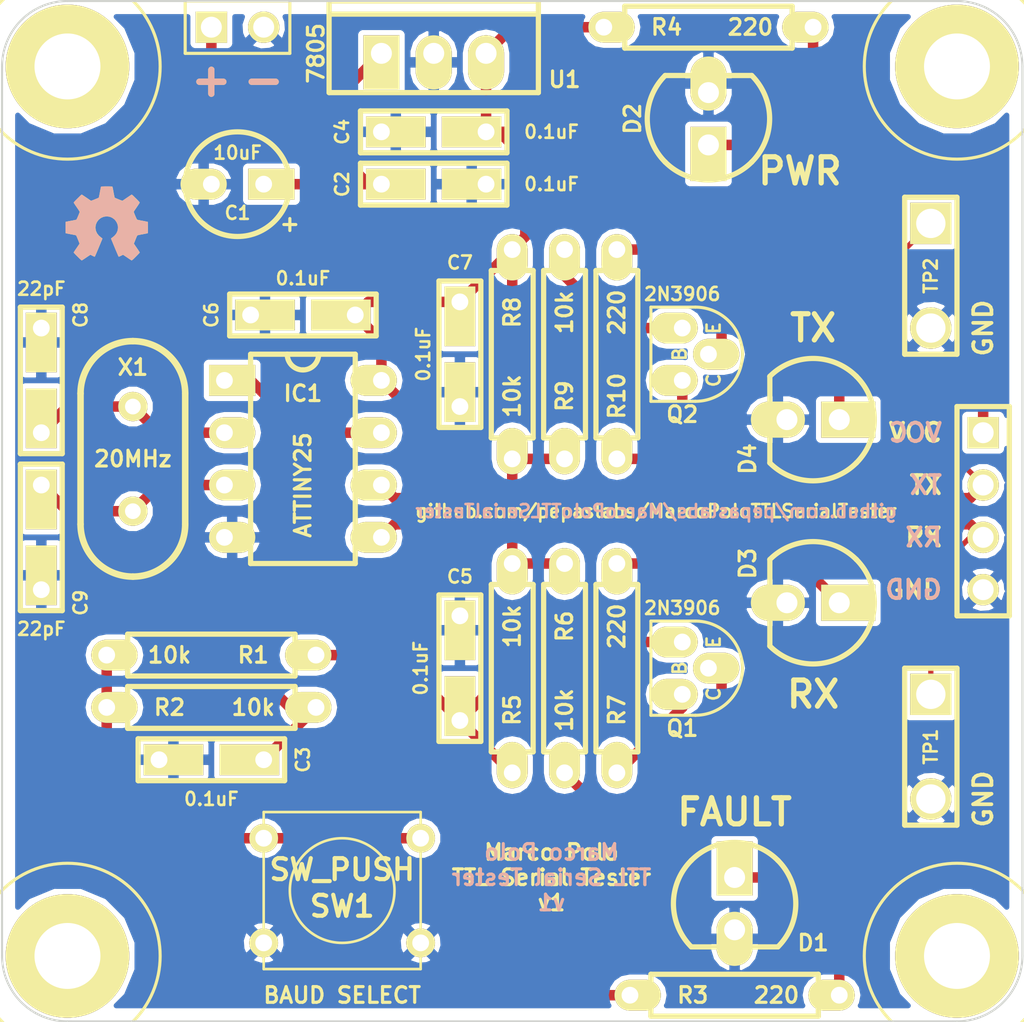
<source format=kicad_pcb>
(kicad_pcb (version 3) (host pcbnew "(2013-07-07 BZR 4022)-stable")

  (general
    (links 61)
    (no_connects 0)
    (area 174.240999 127.885999 227.079001 180.724001)
    (thickness 1.6)
    (drawings 32)
    (tracks 126)
    (zones 0)
    (modules 39)
    (nets 19)
  )

  (page A3)
  (layers
    (15 F.Cu signal hide)
    (0 B.Cu signal)
    (16 B.Adhes user)
    (17 F.Adhes user)
    (18 B.Paste user)
    (19 F.Paste user)
    (20 B.SilkS user)
    (21 F.SilkS user hide)
    (22 B.Mask user)
    (23 F.Mask user)
    (24 Dwgs.User user)
    (25 Cmts.User user)
    (26 Eco1.User user)
    (27 Eco2.User user)
    (28 Edge.Cuts user)
  )

  (setup
    (last_trace_width 0.254)
    (user_trace_width 0.508)
    (user_trace_width 1.016)
    (trace_clearance 0.254)
    (zone_clearance 0.254)
    (zone_45_only no)
    (trace_min 0.254)
    (segment_width 0.2)
    (edge_width 0.1)
    (via_size 0.889)
    (via_drill 0.635)
    (via_min_size 0.889)
    (via_min_drill 0.508)
    (uvia_size 0.508)
    (uvia_drill 0.127)
    (uvias_allowed no)
    (uvia_min_size 0.508)
    (uvia_min_drill 0.127)
    (pcb_text_width 0.3)
    (pcb_text_size 1.5 1.5)
    (mod_edge_width 0.15)
    (mod_text_size 1 1)
    (mod_text_width 0.15)
    (pad_size 2.8956 1.4986)
    (pad_drill 0.8128)
    (pad_to_mask_clearance 0)
    (aux_axis_origin 0 0)
    (visible_elements 7FFFFFFF)
    (pcbplotparams
      (layerselection 284196865)
      (usegerberextensions true)
      (excludeedgelayer true)
      (linewidth 0.150000)
      (plotframeref false)
      (viasonmask false)
      (mode 1)
      (useauxorigin false)
      (hpglpennumber 1)
      (hpglpenspeed 20)
      (hpglpendiameter 15)
      (hpglpenoverlay 2)
      (psnegative false)
      (psa4output false)
      (plotreference true)
      (plotvalue true)
      (plotothertext true)
      (plotinvisibletext false)
      (padsonsilk false)
      (subtractmaskfromsilk false)
      (outputformat 1)
      (mirror false)
      (drillshape 0)
      (scaleselection 1)
      (outputdirectory ../gerbers))
  )

  (net 0 "")
  (net 1 5v)
  (net 2 "BAUD SELECT")
  (net 3 FAULT)
  (net 4 GND)
  (net 5 N-0000010)
  (net 6 N-0000013)
  (net 7 N-0000016)
  (net 8 N-0000017)
  (net 9 N-0000018)
  (net 10 N-000003)
  (net 11 N-000004)
  (net 12 N-000008)
  (net 13 N-000009)
  (net 14 RX)
  (net 15 TX)
  (net 16 Vcc)
  (net 17 XTAL1)
  (net 18 XTAL2)

  (net_class Default "This is the default net class."
    (clearance 0.254)
    (trace_width 0.254)
    (via_dia 0.889)
    (via_drill 0.635)
    (uvia_dia 0.508)
    (uvia_drill 0.127)
    (add_net "")
    (add_net 5v)
    (add_net "BAUD SELECT")
    (add_net FAULT)
    (add_net GND)
    (add_net N-0000010)
    (add_net N-0000013)
    (add_net N-0000016)
    (add_net N-0000017)
    (add_net N-0000018)
    (add_net N-000003)
    (add_net N-000004)
    (add_net N-000008)
    (add_net N-000009)
    (add_net RX)
    (add_net TX)
    (add_net Vcc)
    (add_net XTAL1)
    (add_net XTAL2)
  )

  (module TO-92_Q_EBC_059Bo_PL (layer F.Cu) (tedit 5324AA28) (tstamp 555E9E87)
    (at 208.915 160.655 90)
    (descr "TO-92 Transistor, EBC pinout")
    (tags DEV)
    (path /555E9694)
    (fp_text reference Q1 (at -4.191 0 180) (layer F.SilkS)
      (effects (font (size 0.762 0.762) (thickness 0.1524)))
    )
    (fp_text value 2N3906 (at 1.651 0 180) (layer F.SilkS)
      (effects (font (size 0.635 0.635) (thickness 0.127)))
    )
    (fp_line (start 1.016 0.635) (end 1.016 -1.524) (layer F.SilkS) (width 0.15))
    (fp_line (start 1.016 -1.524) (end -3.556 -1.524) (layer F.SilkS) (width 0.15))
    (fp_line (start -3.556 -1.524) (end -3.556 0.635) (layer F.SilkS) (width 0.15))
    (fp_arc (start -1.27 0.635) (end -1.27 2.921) (angle 90) (layer F.SilkS) (width 0.15))
    (fp_arc (start -1.27 0.635) (end 1.016 0.635) (angle 90) (layer F.SilkS) (width 0.15))
    (fp_text user E (at 0 1.524 90) (layer F.SilkS)
      (effects (font (size 0.635 0.635) (thickness 0.127)))
    )
    (fp_text user B (at -1.27 -0.127 90) (layer F.SilkS)
      (effects (font (size 0.635 0.635) (thickness 0.127)))
    )
    (fp_text user C (at -2.54 1.524 90) (layer F.SilkS)
      (effects (font (size 0.635 0.635) (thickness 0.127)))
    )
    (pad 1 thru_hole oval (at 0 0 90) (size 1.4986 2.2479) (drill 0.8128 (offset 0 -0.37465))
      (layers *.Cu *.Mask F.SilkS)
      (net 1 5v)
    )
    (pad 2 thru_hole oval (at -1.27 1.27 90) (size 1.4986 2.2479) (drill 0.8128 (offset 0 0.37465))
      (layers *.Cu *.Mask F.SilkS)
      (net 12 N-000008)
    )
    (pad 3 thru_hole oval (at -2.54 0 90) (size 1.4986 2.2479) (drill 0.8128 (offset 0 -0.37465))
      (layers *.Cu *.Mask F.SilkS)
      (net 13 N-000009)
    )
    (model to-xxx-packages/to92.wrl
      (at (xyz 0 0 0))
      (scale (xyz 1 1 1))
      (rotate (xyz 0 0 0))
    )
  )

  (module TO-92_Q_EBC_059Bo_PL (layer F.Cu) (tedit 5324AA28) (tstamp 555E9E96)
    (at 208.915 145.415 90)
    (descr "TO-92 Transistor, EBC pinout")
    (tags DEV)
    (path /555E94A8)
    (fp_text reference Q2 (at -4.191 0 180) (layer F.SilkS)
      (effects (font (size 0.762 0.762) (thickness 0.1524)))
    )
    (fp_text value 2N3906 (at 1.651 0 180) (layer F.SilkS)
      (effects (font (size 0.635 0.635) (thickness 0.127)))
    )
    (fp_line (start 1.016 0.635) (end 1.016 -1.524) (layer F.SilkS) (width 0.15))
    (fp_line (start 1.016 -1.524) (end -3.556 -1.524) (layer F.SilkS) (width 0.15))
    (fp_line (start -3.556 -1.524) (end -3.556 0.635) (layer F.SilkS) (width 0.15))
    (fp_arc (start -1.27 0.635) (end -1.27 2.921) (angle 90) (layer F.SilkS) (width 0.15))
    (fp_arc (start -1.27 0.635) (end 1.016 0.635) (angle 90) (layer F.SilkS) (width 0.15))
    (fp_text user E (at 0 1.524 90) (layer F.SilkS)
      (effects (font (size 0.635 0.635) (thickness 0.127)))
    )
    (fp_text user B (at -1.27 -0.127 90) (layer F.SilkS)
      (effects (font (size 0.635 0.635) (thickness 0.127)))
    )
    (fp_text user C (at -2.54 1.524 90) (layer F.SilkS)
      (effects (font (size 0.635 0.635) (thickness 0.127)))
    )
    (pad 1 thru_hole oval (at 0 0 90) (size 1.4986 2.2479) (drill 0.8128 (offset 0 -0.37465))
      (layers *.Cu *.Mask F.SilkS)
      (net 1 5v)
    )
    (pad 2 thru_hole oval (at -1.27 1.27 90) (size 1.4986 2.2479) (drill 0.8128 (offset 0 0.37465))
      (layers *.Cu *.Mask F.SilkS)
      (net 7 N-0000016)
    )
    (pad 3 thru_hole oval (at -2.54 0 90) (size 1.4986 2.2479) (drill 0.8128 (offset 0 -0.37465))
      (layers *.Cu *.Mask F.SilkS)
      (net 9 N-0000018)
    )
    (model to-xxx-packages/to92.wrl
      (at (xyz 0 0 0))
      (scale (xyz 1 1 1))
      (rotate (xyz 0 0 0))
    )
  )

  (module TO-220_V_069B (layer F.Cu) (tedit 555FFF3B) (tstamp 555E9EA4)
    (at 194.31 132.08)
    (descr "TO-220, vertical, 0.04\" holes, 0.069\" pads")
    (tags "TR TO220")
    (path /555E9151)
    (fp_text reference U1 (at 8.89 1.27) (layer F.SilkS)
      (effects (font (size 0.762 0.762) (thickness 0.1524)))
    )
    (fp_text value 7805 (at -3.175 0 90) (layer F.SilkS)
      (effects (font (size 0.762 0.762) (thickness 0.1524)))
    )
    (fp_line (start -2.54 -1.905) (end -2.54 -2.54) (layer F.SilkS) (width 0.254))
    (fp_line (start -2.54 -2.54) (end 7.62 -2.54) (layer F.SilkS) (width 0.254))
    (fp_line (start 7.62 -2.54) (end 7.62 -1.905) (layer F.SilkS) (width 0.254))
    (fp_line (start -2.54 1.905) (end -2.54 -1.905) (layer F.SilkS) (width 0.254))
    (fp_line (start -2.54 -1.905) (end 7.62 -1.905) (layer F.SilkS) (width 0.254))
    (fp_line (start 7.62 -1.905) (end 7.62 1.905) (layer F.SilkS) (width 0.254))
    (fp_line (start 7.62 1.905) (end -2.54 1.905) (layer F.SilkS) (width 0.254))
    (pad 1 thru_hole rect (at 0 0 90) (size 2.6289 1.7526) (drill 1.016 (offset -0.43815 0))
      (layers *.Cu *.Mask F.SilkS)
      (net 16 Vcc)
    )
    (pad 2 thru_hole oval (at 2.54 0 90) (size 2.6289 1.7526) (drill 1.016 (offset -0.43815 0))
      (layers *.Cu *.Mask F.SilkS)
      (net 4 GND)
    )
    (pad 3 thru_hole oval (at 5.08 0 90) (size 2.6289 1.7526) (drill 1.016 (offset -0.43815 0))
      (layers *.Cu *.Mask F.SilkS)
      (net 1 5v)
    )
  )

  (module SW_PUSH_SMALL (layer F.Cu) (tedit 46544DB3) (tstamp 555E9EC5)
    (at 192.405 172.72 180)
    (path /555E96EE)
    (fp_text reference SW1 (at 0 -0.762 180) (layer F.SilkS)
      (effects (font (size 1.016 1.016) (thickness 0.2032)))
    )
    (fp_text value SW_PUSH (at 0 1.016 180) (layer F.SilkS)
      (effects (font (size 1.016 1.016) (thickness 0.2032)))
    )
    (fp_circle (center 0 0) (end 0 -2.54) (layer F.SilkS) (width 0.127))
    (fp_line (start -3.81 -3.81) (end 3.81 -3.81) (layer F.SilkS) (width 0.127))
    (fp_line (start 3.81 -3.81) (end 3.81 3.81) (layer F.SilkS) (width 0.127))
    (fp_line (start 3.81 3.81) (end -3.81 3.81) (layer F.SilkS) (width 0.127))
    (fp_line (start -3.81 -3.81) (end -3.81 3.81) (layer F.SilkS) (width 0.127))
    (pad 1 thru_hole circle (at 3.81 -2.54 180) (size 1.397 1.397) (drill 0.8128)
      (layers *.Cu *.Mask F.SilkS)
      (net 4 GND)
    )
    (pad 2 thru_hole circle (at 3.81 2.54 180) (size 1.397 1.397) (drill 0.8128)
      (layers *.Cu *.Mask F.SilkS)
      (net 11 N-000004)
    )
    (pad 1 thru_hole circle (at -3.81 -2.54 180) (size 1.397 1.397) (drill 0.8128)
      (layers *.Cu *.Mask F.SilkS)
      (net 4 GND)
    )
    (pad 2 thru_hole circle (at -3.81 2.54 180) (size 1.397 1.397) (drill 0.8128)
      (layers *.Cu *.Mask F.SilkS)
      (net 11 N-000004)
    )
  )

  (module R_AXIAL_0W25_059Bi_PL (layer F.Cu) (tedit 53A24564) (tstamp 555E9ED2)
    (at 203.2 156.845 270)
    (descr "Resistor Axial 1/4W 0.4\"")
    (tags R)
    (path /555E96A1)
    (autoplace_cost180 10)
    (fp_text reference R6 (at 3.048 0 270) (layer F.SilkS)
      (effects (font (size 0.762 0.762) (thickness 0.1524)))
    )
    (fp_text value 10k (at 7.112 0 270) (layer F.SilkS)
      (effects (font (size 0.762 0.762) (thickness 0.1524)))
    )
    (fp_line (start 0 0) (end 1.016 0) (layer F.SilkS) (width 0.254))
    (fp_line (start 1.016 0) (end 1.016 -1.016) (layer F.SilkS) (width 0.254))
    (fp_line (start 1.016 -1.016) (end 9.144 -1.016) (layer F.SilkS) (width 0.254))
    (fp_line (start 9.144 -1.016) (end 9.144 1.016) (layer F.SilkS) (width 0.254))
    (fp_line (start 9.144 1.016) (end 1.016 1.016) (layer F.SilkS) (width 0.254))
    (fp_line (start 1.016 1.016) (end 1.016 0) (layer F.SilkS) (width 0.254))
    (fp_line (start 10.16 0) (end 9.144 0) (layer F.SilkS) (width 0.254))
    (pad 1 thru_hole oval (at 0 0 270) (size 2.2479 1.4986) (drill 0.8128 (offset 0.37465 0))
      (layers *.Cu *.Mask F.SilkS)
      (net 14 RX)
    )
    (pad 2 thru_hole oval (at 10.16 0 270) (size 2.2479 1.4986) (drill 0.8128 (offset -0.37465 0))
      (layers *.Cu *.Mask F.SilkS)
      (net 12 N-000008)
    )
    (model discret/resistor.wrl
      (at (xyz 0 0 0))
      (scale (xyz 0.4 0.4 0.4))
      (rotate (xyz 0 0 0))
    )
  )

  (module R_AXIAL_0W25_059Bi_PL (layer F.Cu) (tedit 53A24564) (tstamp 555E9EDF)
    (at 180.975 163.83)
    (descr "Resistor Axial 1/4W 0.4\"")
    (tags R)
    (path /555E9710)
    (autoplace_cost180 10)
    (fp_text reference R2 (at 3.048 0) (layer F.SilkS)
      (effects (font (size 0.762 0.762) (thickness 0.1524)))
    )
    (fp_text value 10k (at 7.112 0) (layer F.SilkS)
      (effects (font (size 0.762 0.762) (thickness 0.1524)))
    )
    (fp_line (start 0 0) (end 1.016 0) (layer F.SilkS) (width 0.254))
    (fp_line (start 1.016 0) (end 1.016 -1.016) (layer F.SilkS) (width 0.254))
    (fp_line (start 1.016 -1.016) (end 9.144 -1.016) (layer F.SilkS) (width 0.254))
    (fp_line (start 9.144 -1.016) (end 9.144 1.016) (layer F.SilkS) (width 0.254))
    (fp_line (start 9.144 1.016) (end 1.016 1.016) (layer F.SilkS) (width 0.254))
    (fp_line (start 1.016 1.016) (end 1.016 0) (layer F.SilkS) (width 0.254))
    (fp_line (start 10.16 0) (end 9.144 0) (layer F.SilkS) (width 0.254))
    (pad 1 thru_hole oval (at 0 0) (size 2.2479 1.4986) (drill 0.8128 (offset 0.37465 0))
      (layers *.Cu *.Mask F.SilkS)
      (net 11 N-000004)
    )
    (pad 2 thru_hole oval (at 10.16 0) (size 2.2479 1.4986) (drill 0.8128 (offset -0.37465 0))
      (layers *.Cu *.Mask F.SilkS)
      (net 2 "BAUD SELECT")
    )
    (model discret/resistor.wrl
      (at (xyz 0 0 0))
      (scale (xyz 0.4 0.4 0.4))
      (rotate (xyz 0 0 0))
    )
  )

  (module R_AXIAL_0W25_059Bi_PL (layer F.Cu) (tedit 53A24564) (tstamp 555E9EEC)
    (at 191.135 161.29 180)
    (descr "Resistor Axial 1/4W 0.4\"")
    (tags R)
    (path /555E970A)
    (autoplace_cost180 10)
    (fp_text reference R1 (at 3.048 0 180) (layer F.SilkS)
      (effects (font (size 0.762 0.762) (thickness 0.1524)))
    )
    (fp_text value 10k (at 7.112 0 180) (layer F.SilkS)
      (effects (font (size 0.762 0.762) (thickness 0.1524)))
    )
    (fp_line (start 0 0) (end 1.016 0) (layer F.SilkS) (width 0.254))
    (fp_line (start 1.016 0) (end 1.016 -1.016) (layer F.SilkS) (width 0.254))
    (fp_line (start 1.016 -1.016) (end 9.144 -1.016) (layer F.SilkS) (width 0.254))
    (fp_line (start 9.144 -1.016) (end 9.144 1.016) (layer F.SilkS) (width 0.254))
    (fp_line (start 9.144 1.016) (end 1.016 1.016) (layer F.SilkS) (width 0.254))
    (fp_line (start 1.016 1.016) (end 1.016 0) (layer F.SilkS) (width 0.254))
    (fp_line (start 10.16 0) (end 9.144 0) (layer F.SilkS) (width 0.254))
    (pad 1 thru_hole oval (at 0 0 180) (size 2.2479 1.4986) (drill 0.8128 (offset 0.37465 0))
      (layers *.Cu *.Mask F.SilkS)
      (net 1 5v)
    )
    (pad 2 thru_hole oval (at 10.16 0 180) (size 2.2479 1.4986) (drill 0.8128 (offset -0.37465 0))
      (layers *.Cu *.Mask F.SilkS)
      (net 11 N-000004)
    )
    (model discret/resistor.wrl
      (at (xyz 0 0 0))
      (scale (xyz 0.4 0.4 0.4))
      (rotate (xyz 0 0 0))
    )
  )

  (module R_AXIAL_0W25_059Bi_PL (layer F.Cu) (tedit 53A24564) (tstamp 555E9EF9)
    (at 206.375 177.8)
    (descr "Resistor Axial 1/4W 0.4\"")
    (tags R)
    (path /555E96DC)
    (autoplace_cost180 10)
    (fp_text reference R3 (at 3.048 0) (layer F.SilkS)
      (effects (font (size 0.762 0.762) (thickness 0.1524)))
    )
    (fp_text value 220 (at 7.112 0) (layer F.SilkS)
      (effects (font (size 0.762 0.762) (thickness 0.1524)))
    )
    (fp_line (start 0 0) (end 1.016 0) (layer F.SilkS) (width 0.254))
    (fp_line (start 1.016 0) (end 1.016 -1.016) (layer F.SilkS) (width 0.254))
    (fp_line (start 1.016 -1.016) (end 9.144 -1.016) (layer F.SilkS) (width 0.254))
    (fp_line (start 9.144 -1.016) (end 9.144 1.016) (layer F.SilkS) (width 0.254))
    (fp_line (start 9.144 1.016) (end 1.016 1.016) (layer F.SilkS) (width 0.254))
    (fp_line (start 1.016 1.016) (end 1.016 0) (layer F.SilkS) (width 0.254))
    (fp_line (start 10.16 0) (end 9.144 0) (layer F.SilkS) (width 0.254))
    (pad 1 thru_hole oval (at 0 0) (size 2.2479 1.4986) (drill 0.8128 (offset 0.37465 0))
      (layers *.Cu *.Mask F.SilkS)
      (net 3 FAULT)
    )
    (pad 2 thru_hole oval (at 10.16 0) (size 2.2479 1.4986) (drill 0.8128 (offset -0.37465 0))
      (layers *.Cu *.Mask F.SilkS)
      (net 10 N-000003)
    )
    (model discret/resistor.wrl
      (at (xyz 0 0 0))
      (scale (xyz 0.4 0.4 0.4))
      (rotate (xyz 0 0 0))
    )
  )

  (module R_AXIAL_0W25_059Bi_PL (layer F.Cu) (tedit 53A24564) (tstamp 555E9F06)
    (at 205.74 167.005 90)
    (descr "Resistor Axial 1/4W 0.4\"")
    (tags R)
    (path /555E96AE)
    (autoplace_cost180 10)
    (fp_text reference R7 (at 3.048 0 90) (layer F.SilkS)
      (effects (font (size 0.762 0.762) (thickness 0.1524)))
    )
    (fp_text value 220 (at 7.112 0 90) (layer F.SilkS)
      (effects (font (size 0.762 0.762) (thickness 0.1524)))
    )
    (fp_line (start 0 0) (end 1.016 0) (layer F.SilkS) (width 0.254))
    (fp_line (start 1.016 0) (end 1.016 -1.016) (layer F.SilkS) (width 0.254))
    (fp_line (start 1.016 -1.016) (end 9.144 -1.016) (layer F.SilkS) (width 0.254))
    (fp_line (start 9.144 -1.016) (end 9.144 1.016) (layer F.SilkS) (width 0.254))
    (fp_line (start 9.144 1.016) (end 1.016 1.016) (layer F.SilkS) (width 0.254))
    (fp_line (start 1.016 1.016) (end 1.016 0) (layer F.SilkS) (width 0.254))
    (fp_line (start 10.16 0) (end 9.144 0) (layer F.SilkS) (width 0.254))
    (pad 1 thru_hole oval (at 0 0 90) (size 2.2479 1.4986) (drill 0.8128 (offset 0.37465 0))
      (layers *.Cu *.Mask F.SilkS)
      (net 13 N-000009)
    )
    (pad 2 thru_hole oval (at 10.16 0 90) (size 2.2479 1.4986) (drill 0.8128 (offset -0.37465 0))
      (layers *.Cu *.Mask F.SilkS)
      (net 5 N-0000010)
    )
    (model discret/resistor.wrl
      (at (xyz 0 0 0))
      (scale (xyz 0.4 0.4 0.4))
      (rotate (xyz 0 0 0))
    )
  )

  (module R_AXIAL_0W25_059Bi_PL (layer F.Cu) (tedit 53A24564) (tstamp 555E9F13)
    (at 200.66 167.005 90)
    (descr "Resistor Axial 1/4W 0.4\"")
    (tags R)
    (path /555E969B)
    (autoplace_cost180 10)
    (fp_text reference R5 (at 3.048 0 90) (layer F.SilkS)
      (effects (font (size 0.762 0.762) (thickness 0.1524)))
    )
    (fp_text value 10k (at 7.112 0 90) (layer F.SilkS)
      (effects (font (size 0.762 0.762) (thickness 0.1524)))
    )
    (fp_line (start 0 0) (end 1.016 0) (layer F.SilkS) (width 0.254))
    (fp_line (start 1.016 0) (end 1.016 -1.016) (layer F.SilkS) (width 0.254))
    (fp_line (start 1.016 -1.016) (end 9.144 -1.016) (layer F.SilkS) (width 0.254))
    (fp_line (start 9.144 -1.016) (end 9.144 1.016) (layer F.SilkS) (width 0.254))
    (fp_line (start 9.144 1.016) (end 1.016 1.016) (layer F.SilkS) (width 0.254))
    (fp_line (start 1.016 1.016) (end 1.016 0) (layer F.SilkS) (width 0.254))
    (fp_line (start 10.16 0) (end 9.144 0) (layer F.SilkS) (width 0.254))
    (pad 1 thru_hole oval (at 0 0 90) (size 2.2479 1.4986) (drill 0.8128 (offset 0.37465 0))
      (layers *.Cu *.Mask F.SilkS)
      (net 1 5v)
    )
    (pad 2 thru_hole oval (at 10.16 0 90) (size 2.2479 1.4986) (drill 0.8128 (offset -0.37465 0))
      (layers *.Cu *.Mask F.SilkS)
      (net 14 RX)
    )
    (model discret/resistor.wrl
      (at (xyz 0 0 0))
      (scale (xyz 0.4 0.4 0.4))
      (rotate (xyz 0 0 0))
    )
  )

  (module R_AXIAL_0W25_059Bi_PL (layer F.Cu) (tedit 53A24564) (tstamp 555E9F20)
    (at 205.74 151.765 90)
    (descr "Resistor Axial 1/4W 0.4\"")
    (tags R)
    (path /555E94C9)
    (autoplace_cost180 10)
    (fp_text reference R10 (at 3.048 0 90) (layer F.SilkS)
      (effects (font (size 0.762 0.762) (thickness 0.1524)))
    )
    (fp_text value 220 (at 7.112 0 90) (layer F.SilkS)
      (effects (font (size 0.762 0.762) (thickness 0.1524)))
    )
    (fp_line (start 0 0) (end 1.016 0) (layer F.SilkS) (width 0.254))
    (fp_line (start 1.016 0) (end 1.016 -1.016) (layer F.SilkS) (width 0.254))
    (fp_line (start 1.016 -1.016) (end 9.144 -1.016) (layer F.SilkS) (width 0.254))
    (fp_line (start 9.144 -1.016) (end 9.144 1.016) (layer F.SilkS) (width 0.254))
    (fp_line (start 9.144 1.016) (end 1.016 1.016) (layer F.SilkS) (width 0.254))
    (fp_line (start 1.016 1.016) (end 1.016 0) (layer F.SilkS) (width 0.254))
    (fp_line (start 10.16 0) (end 9.144 0) (layer F.SilkS) (width 0.254))
    (pad 1 thru_hole oval (at 0 0 90) (size 2.2479 1.4986) (drill 0.8128 (offset 0.37465 0))
      (layers *.Cu *.Mask F.SilkS)
      (net 9 N-0000018)
    )
    (pad 2 thru_hole oval (at 10.16 0 90) (size 2.2479 1.4986) (drill 0.8128 (offset -0.37465 0))
      (layers *.Cu *.Mask F.SilkS)
      (net 8 N-0000017)
    )
    (model discret/resistor.wrl
      (at (xyz 0 0 0))
      (scale (xyz 0.4 0.4 0.4))
      (rotate (xyz 0 0 0))
    )
  )

  (module R_AXIAL_0W25_059Bi_PL (layer F.Cu) (tedit 53A24564) (tstamp 555E9F2D)
    (at 203.2 151.765 90)
    (descr "Resistor Axial 1/4W 0.4\"")
    (tags R)
    (path /555E94BC)
    (autoplace_cost180 10)
    (fp_text reference R9 (at 3.048 0 90) (layer F.SilkS)
      (effects (font (size 0.762 0.762) (thickness 0.1524)))
    )
    (fp_text value 10k (at 7.112 0 90) (layer F.SilkS)
      (effects (font (size 0.762 0.762) (thickness 0.1524)))
    )
    (fp_line (start 0 0) (end 1.016 0) (layer F.SilkS) (width 0.254))
    (fp_line (start 1.016 0) (end 1.016 -1.016) (layer F.SilkS) (width 0.254))
    (fp_line (start 1.016 -1.016) (end 9.144 -1.016) (layer F.SilkS) (width 0.254))
    (fp_line (start 9.144 -1.016) (end 9.144 1.016) (layer F.SilkS) (width 0.254))
    (fp_line (start 9.144 1.016) (end 1.016 1.016) (layer F.SilkS) (width 0.254))
    (fp_line (start 1.016 1.016) (end 1.016 0) (layer F.SilkS) (width 0.254))
    (fp_line (start 10.16 0) (end 9.144 0) (layer F.SilkS) (width 0.254))
    (pad 1 thru_hole oval (at 0 0 90) (size 2.2479 1.4986) (drill 0.8128 (offset 0.37465 0))
      (layers *.Cu *.Mask F.SilkS)
      (net 15 TX)
    )
    (pad 2 thru_hole oval (at 10.16 0 90) (size 2.2479 1.4986) (drill 0.8128 (offset -0.37465 0))
      (layers *.Cu *.Mask F.SilkS)
      (net 7 N-0000016)
    )
    (model discret/resistor.wrl
      (at (xyz 0 0 0))
      (scale (xyz 0.4 0.4 0.4))
      (rotate (xyz 0 0 0))
    )
  )

  (module R_AXIAL_0W25_059Bi_PL (layer F.Cu) (tedit 53A24564) (tstamp 555E9F3A)
    (at 200.66 141.605 270)
    (descr "Resistor Axial 1/4W 0.4\"")
    (tags R)
    (path /555E94B6)
    (autoplace_cost180 10)
    (fp_text reference R8 (at 3.048 0 270) (layer F.SilkS)
      (effects (font (size 0.762 0.762) (thickness 0.1524)))
    )
    (fp_text value 10k (at 7.112 0 270) (layer F.SilkS)
      (effects (font (size 0.762 0.762) (thickness 0.1524)))
    )
    (fp_line (start 0 0) (end 1.016 0) (layer F.SilkS) (width 0.254))
    (fp_line (start 1.016 0) (end 1.016 -1.016) (layer F.SilkS) (width 0.254))
    (fp_line (start 1.016 -1.016) (end 9.144 -1.016) (layer F.SilkS) (width 0.254))
    (fp_line (start 9.144 -1.016) (end 9.144 1.016) (layer F.SilkS) (width 0.254))
    (fp_line (start 9.144 1.016) (end 1.016 1.016) (layer F.SilkS) (width 0.254))
    (fp_line (start 1.016 1.016) (end 1.016 0) (layer F.SilkS) (width 0.254))
    (fp_line (start 10.16 0) (end 9.144 0) (layer F.SilkS) (width 0.254))
    (pad 1 thru_hole oval (at 0 0 270) (size 2.2479 1.4986) (drill 0.8128 (offset 0.37465 0))
      (layers *.Cu *.Mask F.SilkS)
      (net 1 5v)
    )
    (pad 2 thru_hole oval (at 10.16 0 270) (size 2.2479 1.4986) (drill 0.8128 (offset -0.37465 0))
      (layers *.Cu *.Mask F.SilkS)
      (net 15 TX)
    )
    (model discret/resistor.wrl
      (at (xyz 0 0 0))
      (scale (xyz 0.4 0.4 0.4))
      (rotate (xyz 0 0 0))
    )
  )

  (module R_AXIAL_0W25_059Bi_PL (layer F.Cu) (tedit 53A24564) (tstamp 555E9F47)
    (at 205.105 130.81)
    (descr "Resistor Axial 1/4W 0.4\"")
    (tags R)
    (path /555E9296)
    (autoplace_cost180 10)
    (fp_text reference R4 (at 3.048 0) (layer F.SilkS)
      (effects (font (size 0.762 0.762) (thickness 0.1524)))
    )
    (fp_text value 220 (at 7.112 0) (layer F.SilkS)
      (effects (font (size 0.762 0.762) (thickness 0.1524)))
    )
    (fp_line (start 0 0) (end 1.016 0) (layer F.SilkS) (width 0.254))
    (fp_line (start 1.016 0) (end 1.016 -1.016) (layer F.SilkS) (width 0.254))
    (fp_line (start 1.016 -1.016) (end 9.144 -1.016) (layer F.SilkS) (width 0.254))
    (fp_line (start 9.144 -1.016) (end 9.144 1.016) (layer F.SilkS) (width 0.254))
    (fp_line (start 9.144 1.016) (end 1.016 1.016) (layer F.SilkS) (width 0.254))
    (fp_line (start 1.016 1.016) (end 1.016 0) (layer F.SilkS) (width 0.254))
    (fp_line (start 10.16 0) (end 9.144 0) (layer F.SilkS) (width 0.254))
    (pad 1 thru_hole oval (at 0 0) (size 2.2479 1.4986) (drill 0.8128 (offset 0.37465 0))
      (layers *.Cu *.Mask F.SilkS)
      (net 1 5v)
    )
    (pad 2 thru_hole oval (at 10.16 0) (size 2.2479 1.4986) (drill 0.8128 (offset -0.37465 0))
      (layers *.Cu *.Mask F.SilkS)
      (net 6 N-0000013)
    )
    (model discret/resistor.wrl
      (at (xyz 0 0 0))
      (scale (xyz 0.4 0.4 0.4))
      (rotate (xyz 0 0 0))
    )
  )

  (module PIN_ARRAY_4x1 (layer F.Cu) (tedit 556002F6) (tstamp 555E9F53)
    (at 223.52 154.305 270)
    (descr "Double rangee de contacts 2 x 5 pins")
    (tags CONN)
    (path /555E93C6)
    (fp_text reference P2 (at 6.35 0 360) (layer F.SilkS) hide
      (effects (font (size 1.016 1.016) (thickness 0.2032)))
    )
    (fp_text value CONN_4 (at 0 2.54 270) (layer F.SilkS) hide
      (effects (font (size 1.016 1.016) (thickness 0.2032)))
    )
    (fp_line (start 5.08 1.27) (end -5.08 1.27) (layer F.SilkS) (width 0.254))
    (fp_line (start 5.08 -1.27) (end -5.08 -1.27) (layer F.SilkS) (width 0.254))
    (fp_line (start -5.08 -1.27) (end -5.08 1.27) (layer F.SilkS) (width 0.254))
    (fp_line (start 5.08 1.27) (end 5.08 -1.27) (layer F.SilkS) (width 0.254))
    (pad 1 thru_hole rect (at -3.81 0 270) (size 1.524 1.524) (drill 1.016)
      (layers *.Cu *.Mask F.SilkS)
      (net 1 5v)
    )
    (pad 2 thru_hole circle (at -1.27 0 270) (size 1.524 1.524) (drill 1.016)
      (layers *.Cu *.Mask F.SilkS)
      (net 15 TX)
    )
    (pad 3 thru_hole circle (at 1.27 0 270) (size 1.524 1.524) (drill 1.016)
      (layers *.Cu *.Mask F.SilkS)
      (net 14 RX)
    )
    (pad 4 thru_hole circle (at 3.81 0 270) (size 1.524 1.524) (drill 1.016)
      (layers *.Cu *.Mask F.SilkS)
      (net 4 GND)
    )
    (model pin_array\pins_array_4x1.wrl
      (at (xyz 0 0 0))
      (scale (xyz 1 1 1))
      (rotate (xyz 0 0 0))
    )
  )

  (module PIN_ARRAY_2X1 (layer F.Cu) (tedit 556002FF) (tstamp 555E9F5D)
    (at 187.325 130.81)
    (descr "Connecteurs 2 pins")
    (tags "CONN DEV")
    (path /555E9163)
    (fp_text reference P1 (at 0 -1.905) (layer F.SilkS) hide
      (effects (font (size 0.762 0.762) (thickness 0.1524)))
    )
    (fp_text value CONN_2 (at 0 -1.905) (layer F.SilkS) hide
      (effects (font (size 0.762 0.762) (thickness 0.1524)))
    )
    (fp_line (start -2.54 1.27) (end -2.54 -1.27) (layer F.SilkS) (width 0.1524))
    (fp_line (start -2.54 -1.27) (end 2.54 -1.27) (layer F.SilkS) (width 0.1524))
    (fp_line (start 2.54 -1.27) (end 2.54 1.27) (layer F.SilkS) (width 0.1524))
    (fp_line (start 2.54 1.27) (end -2.54 1.27) (layer F.SilkS) (width 0.1524))
    (pad 1 thru_hole rect (at -1.27 0) (size 1.524 1.524) (drill 1.016)
      (layers *.Cu *.Mask F.SilkS)
      (net 16 Vcc)
    )
    (pad 2 thru_hole circle (at 1.27 0) (size 1.524 1.524) (drill 1.016)
      (layers *.Cu *.Mask F.SilkS)
      (net 4 GND)
    )
    (model pin_array/pins_array_2x1.wrl
      (at (xyz 0 0 0))
      (scale (xyz 1 1 1))
      (rotate (xyz 0 0 0))
    )
  )

  (module HC-49V (layer F.Cu) (tedit 55600025) (tstamp 555E9F91)
    (at 182.245 151.765 270)
    (descr "Quartz boitier HC-49 Vertical")
    (tags "QUARTZ DEV")
    (path /555E9951)
    (autoplace_cost180 10)
    (fp_text reference X1 (at -4.445 0 360) (layer F.SilkS)
      (effects (font (size 0.762 0.762) (thickness 0.1524)))
    )
    (fp_text value 20MHz (at 0 0 360) (layer F.SilkS)
      (effects (font (size 0.762 0.762) (thickness 0.1524)))
    )
    (fp_line (start -3.175 2.54) (end 3.175 2.54) (layer F.SilkS) (width 0.3175))
    (fp_line (start -3.175 -2.54) (end 3.175 -2.54) (layer F.SilkS) (width 0.3175))
    (fp_arc (start 3.175 0) (end 3.175 -2.54) (angle 90) (layer F.SilkS) (width 0.3175))
    (fp_arc (start 3.175 0) (end 5.715 0) (angle 90) (layer F.SilkS) (width 0.3175))
    (fp_arc (start -3.175 0) (end -5.715 0) (angle 90) (layer F.SilkS) (width 0.3175))
    (fp_arc (start -3.175 0) (end -3.175 2.54) (angle 90) (layer F.SilkS) (width 0.3175))
    (pad 1 thru_hole circle (at -2.54 0 270) (size 1.4224 1.4224) (drill 0.762)
      (layers *.Cu *.Mask F.SilkS)
      (net 17 XTAL1)
    )
    (pad 2 thru_hole circle (at 2.54 0 270) (size 1.4224 1.4224) (drill 0.762)
      (layers *.Cu *.Mask F.SilkS)
      (net 18 XTAL2)
    )
    (model discret/xtal/crystal_hc18u_vertical.wrl
      (at (xyz 0 0 0))
      (scale (xyz 1 1 0.2))
      (rotate (xyz 0 0 0))
    )
  )

  (module ELCAP_10_20_V_059Bo (layer F.Cu) (tedit 53A23F01) (tstamp 555E9F99)
    (at 188.595 138.43 180)
    (descr "Electrolytic Capacitor, vertical, 0.1\" pins, 0.2\" body")
    (tags CP)
    (path /555E9185)
    (fp_text reference C1 (at 1.27 -1.397 180) (layer F.SilkS)
      (effects (font (size 0.635 0.635) (thickness 0.127)))
    )
    (fp_text value 10uF (at 1.27 1.524 180) (layer F.SilkS)
      (effects (font (size 0.635 0.635) (thickness 0.127)))
    )
    (fp_text user + (at -1.27 -1.905 180) (layer F.SilkS)
      (effects (font (size 0.762 0.762) (thickness 0.1524)))
    )
    (fp_circle (center 1.27 0) (end 3.81 0) (layer F.SilkS) (width 0.254))
    (pad 1 thru_hole rect (at 0 0 180) (size 2.2479 1.4986) (drill 0.8128 (offset -0.37465 0))
      (layers *.Cu *.Mask F.SilkS)
      (net 16 Vcc)
    )
    (pad 2 thru_hole oval (at 2.54 0 180) (size 2.2479 1.4986) (drill 0.8128 (offset 0.37465 0))
      (layers *.Cu *.Mask F.SilkS)
      (net 4 GND)
    )
    (model discret/c_vert_c2v10.wrl
      (at (xyz 0 0 0))
      (scale (xyz 1 1 1))
      (rotate (xyz 0 0 0))
    )
  )

  (module DIP8_059Bi_PL (layer F.Cu) (tedit 555FFFAE) (tstamp 555E9FAB)
    (at 186.69 147.955 270)
    (descr "8-lead DIP package")
    (tags DIP)
    (path /555E92FB)
    (fp_text reference IC1 (at 0.635 -3.81 360) (layer F.SilkS)
      (effects (font (size 0.762 0.762) (thickness 0.1524)))
    )
    (fp_text value ATTINY25 (at 5.08 -3.81 270) (layer F.SilkS)
      (effects (font (size 0.762 0.762) (thickness 0.1524)))
    )
    (fp_arc (start -1.27 -3.81) (end -1.27 -4.572) (angle 90) (layer F.SilkS) (width 0.254))
    (fp_arc (start -1.27 -3.81) (end -0.508 -3.81) (angle 90) (layer F.SilkS) (width 0.254))
    (fp_line (start -1.27 -6.35) (end 8.89 -6.35) (layer F.SilkS) (width 0.254))
    (fp_line (start 8.89 -6.35) (end 8.89 -1.27) (layer F.SilkS) (width 0.254))
    (fp_line (start 8.89 -1.27) (end -1.27 -1.27) (layer F.SilkS) (width 0.254))
    (fp_line (start -1.27 -1.27) (end -1.27 -6.35) (layer F.SilkS) (width 0.254))
    (pad 1 thru_hole rect (at 0 0 270) (size 1.4986 2.2479) (drill 0.8128 (offset 0 -0.37465))
      (layers *.Cu *.Mask F.SilkS)
      (net 3 FAULT)
    )
    (pad 2 thru_hole oval (at 2.54 0 270) (size 1.4986 2.2479) (drill 0.8128 (offset 0 -0.37465))
      (layers *.Cu *.Mask F.SilkS)
      (net 17 XTAL1)
    )
    (pad 3 thru_hole oval (at 5.08 0 270) (size 1.4986 2.2479) (drill 0.8128 (offset 0 -0.37465))
      (layers *.Cu *.Mask F.SilkS)
      (net 18 XTAL2)
    )
    (pad 4 thru_hole oval (at 7.62 0 270) (size 1.4986 2.2479) (drill 0.8128 (offset 0 -0.37465))
      (layers *.Cu *.Mask F.SilkS)
      (net 4 GND)
    )
    (pad 5 thru_hole oval (at 7.62 -7.62 270) (size 1.4986 2.2479) (drill 0.8128 (offset 0 0.37465))
      (layers *.Cu *.Mask F.SilkS)
      (net 14 RX)
    )
    (pad 6 thru_hole oval (at 5.08 -7.62 270) (size 1.4986 2.2479) (drill 0.8128 (offset 0 0.37465))
      (layers *.Cu *.Mask F.SilkS)
      (net 15 TX)
    )
    (pad 8 thru_hole oval (at 0 -7.62 270) (size 1.4986 2.2479) (drill 0.8128 (offset 0 0.37465))
      (layers *.Cu *.Mask F.SilkS)
      (net 1 5v)
    )
    (pad 7 thru_hole oval (at 2.54 -7.62 270) (size 1.4986 2.2479) (drill 0.8128 (offset 0 0.37465))
      (layers *.Cu *.Mask F.SilkS)
      (net 2 "BAUD SELECT")
    )
    (model dil/dil_8.wrl
      (at (xyz 0 0 0))
      (scale (xyz 1 1 1))
      (rotate (xyz 0 0 0))
    )
  )

  (module CERCAP_2_059B_0805 (layer F.Cu) (tedit 555FFF84) (tstamp 555E9FB5)
    (at 198.12 161.925 90)
    (descr "Capacitor, 0.2\" pin spacing")
    (tags C)
    (path /555E96C4)
    (fp_text reference C5 (at 4.445 0 180) (layer F.SilkS)
      (effects (font (size 0.635 0.635) (thickness 0.127)))
    )
    (fp_text value 0.1uF (at 0 -1.905 90) (layer F.SilkS)
      (effects (font (size 0.635 0.635) (thickness 0.127)))
    )
    (fp_line (start -3.556 -1.016) (end 3.556 -1.016) (layer F.SilkS) (width 0.254))
    (fp_line (start 3.556 -1.016) (end 3.556 1.016) (layer F.SilkS) (width 0.254))
    (fp_line (start 3.556 1.016) (end -3.556 1.016) (layer F.SilkS) (width 0.254))
    (fp_line (start -3.556 1.016) (end -3.556 -1.016) (layer F.SilkS) (width 0.254))
    (pad 1 thru_hole rect (at -2.54 0 90) (size 2.8956 1.4986) (drill 0.8128 (offset 0.6985 0))
      (layers *.Cu *.Mask F.SilkS)
      (net 1 5v)
    )
    (pad 2 thru_hole rect (at 2.54 0 90) (size 2.8956 1.4986) (drill 0.8128 (offset -0.6985 0))
      (layers *.Cu *.Mask F.SilkS)
      (net 4 GND)
    )
    (model discret/capa_2pas_5x5mm.wrl
      (at (xyz 0 0 0))
      (scale (xyz 1 1 1))
      (rotate (xyz 0 0 0))
    )
  )

  (module CERCAP_2_059B_0805 (layer F.Cu) (tedit 555FFFBC) (tstamp 555E9FBF)
    (at 190.5 144.78 180)
    (descr "Capacitor, 0.2\" pin spacing")
    (tags C)
    (path /555E938B)
    (fp_text reference C6 (at 4.445 0 270) (layer F.SilkS)
      (effects (font (size 0.635 0.635) (thickness 0.127)))
    )
    (fp_text value 0.1uF (at 0 1.778 180) (layer F.SilkS)
      (effects (font (size 0.635 0.635) (thickness 0.127)))
    )
    (fp_line (start -3.556 -1.016) (end 3.556 -1.016) (layer F.SilkS) (width 0.254))
    (fp_line (start 3.556 -1.016) (end 3.556 1.016) (layer F.SilkS) (width 0.254))
    (fp_line (start 3.556 1.016) (end -3.556 1.016) (layer F.SilkS) (width 0.254))
    (fp_line (start -3.556 1.016) (end -3.556 -1.016) (layer F.SilkS) (width 0.254))
    (pad 1 thru_hole rect (at -2.54 0 180) (size 2.8956 1.4986) (drill 0.8128 (offset 0.6985 0))
      (layers *.Cu *.Mask F.SilkS)
      (net 1 5v)
    )
    (pad 2 thru_hole rect (at 2.54 0 180) (size 2.8956 1.4986) (drill 0.8128 (offset -0.6985 0))
      (layers *.Cu *.Mask F.SilkS)
      (net 4 GND)
    )
    (model discret/capa_2pas_5x5mm.wrl
      (at (xyz 0 0 0))
      (scale (xyz 1 1 1))
      (rotate (xyz 0 0 0))
    )
  )

  (module CERCAP_2_059B_0805 (layer F.Cu) (tedit 555FFF69) (tstamp 555E9FC9)
    (at 196.85 138.43)
    (descr "Capacitor, 0.2\" pin spacing")
    (tags C)
    (path /555E9194)
    (fp_text reference C2 (at -4.445 0 90) (layer F.SilkS)
      (effects (font (size 0.635 0.635) (thickness 0.127)))
    )
    (fp_text value 0.1uF (at 5.715 0) (layer F.SilkS)
      (effects (font (size 0.635 0.635) (thickness 0.127)))
    )
    (fp_line (start -3.556 -1.016) (end 3.556 -1.016) (layer F.SilkS) (width 0.254))
    (fp_line (start 3.556 -1.016) (end 3.556 1.016) (layer F.SilkS) (width 0.254))
    (fp_line (start 3.556 1.016) (end -3.556 1.016) (layer F.SilkS) (width 0.254))
    (fp_line (start -3.556 1.016) (end -3.556 -1.016) (layer F.SilkS) (width 0.254))
    (pad 1 thru_hole rect (at -2.54 0) (size 2.8956 1.4986) (drill 0.8128 (offset 0.6985 0))
      (layers *.Cu *.Mask F.SilkS)
      (net 16 Vcc)
    )
    (pad 2 thru_hole rect (at 2.54 0) (size 2.8956 1.4986) (drill 0.8128 (offset -0.6985 0))
      (layers *.Cu *.Mask F.SilkS)
      (net 4 GND)
    )
    (model discret/capa_2pas_5x5mm.wrl
      (at (xyz 0 0 0))
      (scale (xyz 1 1 1))
      (rotate (xyz 0 0 0))
    )
  )

  (module CERCAP_2_059B_0805 (layer F.Cu) (tedit 555FFFE2) (tstamp 555E9FD3)
    (at 186.055 166.37 180)
    (descr "Capacitor, 0.2\" pin spacing")
    (tags C)
    (path /555E9716)
    (fp_text reference C3 (at -4.445 0 270) (layer F.SilkS)
      (effects (font (size 0.635 0.635) (thickness 0.127)))
    )
    (fp_text value 0.1uF (at 0 -1.905 180) (layer F.SilkS)
      (effects (font (size 0.635 0.635) (thickness 0.127)))
    )
    (fp_line (start -3.556 -1.016) (end 3.556 -1.016) (layer F.SilkS) (width 0.254))
    (fp_line (start 3.556 -1.016) (end 3.556 1.016) (layer F.SilkS) (width 0.254))
    (fp_line (start 3.556 1.016) (end -3.556 1.016) (layer F.SilkS) (width 0.254))
    (fp_line (start -3.556 1.016) (end -3.556 -1.016) (layer F.SilkS) (width 0.254))
    (pad 1 thru_hole rect (at -2.54 0 180) (size 2.8956 1.4986) (drill 0.8128 (offset 0.6985 0))
      (layers *.Cu *.Mask F.SilkS)
      (net 2 "BAUD SELECT")
    )
    (pad 2 thru_hole rect (at 2.54 0 180) (size 2.8956 1.4986) (drill 0.8128 (offset -0.6985 0))
      (layers *.Cu *.Mask F.SilkS)
      (net 4 GND)
    )
    (model discret/capa_2pas_5x5mm.wrl
      (at (xyz 0 0 0))
      (scale (xyz 1 1 1))
      (rotate (xyz 0 0 0))
    )
  )

  (module CERCAP_2_059B_0805 (layer F.Cu) (tedit 55600040) (tstamp 555E9FDD)
    (at 177.8 147.955 90)
    (descr "Capacitor, 0.2\" pin spacing")
    (tags C)
    (path /555E995E)
    (fp_text reference C8 (at 3.175 1.905 90) (layer F.SilkS)
      (effects (font (size 0.635 0.635) (thickness 0.127)))
    )
    (fp_text value 22pF (at 4.445 0 180) (layer F.SilkS)
      (effects (font (size 0.635 0.635) (thickness 0.127)))
    )
    (fp_line (start -3.556 -1.016) (end 3.556 -1.016) (layer F.SilkS) (width 0.254))
    (fp_line (start 3.556 -1.016) (end 3.556 1.016) (layer F.SilkS) (width 0.254))
    (fp_line (start 3.556 1.016) (end -3.556 1.016) (layer F.SilkS) (width 0.254))
    (fp_line (start -3.556 1.016) (end -3.556 -1.016) (layer F.SilkS) (width 0.254))
    (pad 1 thru_hole rect (at -2.54 0 90) (size 2.8956 1.4986) (drill 0.8128 (offset 0.6985 0))
      (layers *.Cu *.Mask F.SilkS)
      (net 17 XTAL1)
    )
    (pad 2 thru_hole rect (at 2.54 0 90) (size 2.8956 1.4986) (drill 0.8128 (offset -0.6985 0))
      (layers *.Cu *.Mask F.SilkS)
      (net 4 GND)
    )
    (model discret/capa_2pas_5x5mm.wrl
      (at (xyz 0 0 0))
      (scale (xyz 1 1 1))
      (rotate (xyz 0 0 0))
    )
  )

  (module CERCAP_2_059B_0805 (layer F.Cu) (tedit 55600047) (tstamp 555E9FE7)
    (at 177.8 155.575 270)
    (descr "Capacitor, 0.2\" pin spacing")
    (tags C)
    (path /555E9964)
    (fp_text reference C9 (at 3.175 -1.905 270) (layer F.SilkS)
      (effects (font (size 0.635 0.635) (thickness 0.127)))
    )
    (fp_text value 22pF (at 4.445 0 360) (layer F.SilkS)
      (effects (font (size 0.635 0.635) (thickness 0.127)))
    )
    (fp_line (start -3.556 -1.016) (end 3.556 -1.016) (layer F.SilkS) (width 0.254))
    (fp_line (start 3.556 -1.016) (end 3.556 1.016) (layer F.SilkS) (width 0.254))
    (fp_line (start 3.556 1.016) (end -3.556 1.016) (layer F.SilkS) (width 0.254))
    (fp_line (start -3.556 1.016) (end -3.556 -1.016) (layer F.SilkS) (width 0.254))
    (pad 1 thru_hole rect (at -2.54 0 270) (size 2.8956 1.4986) (drill 0.8128 (offset 0.6985 0))
      (layers *.Cu *.Mask F.SilkS)
      (net 18 XTAL2)
    )
    (pad 2 thru_hole rect (at 2.54 0 270) (size 2.8956 1.4986) (drill 0.8128 (offset -0.6985 0))
      (layers *.Cu *.Mask F.SilkS)
      (net 4 GND)
    )
    (model discret/capa_2pas_5x5mm.wrl
      (at (xyz 0 0 0))
      (scale (xyz 1 1 1))
      (rotate (xyz 0 0 0))
    )
  )

  (module CERCAP_2_059B_0805 (layer F.Cu) (tedit 555FFF7A) (tstamp 555E9FF1)
    (at 198.12 146.685 270)
    (descr "Capacitor, 0.2\" pin spacing")
    (tags C)
    (path /555E95E8)
    (fp_text reference C7 (at -4.445 0 360) (layer F.SilkS)
      (effects (font (size 0.635 0.635) (thickness 0.127)))
    )
    (fp_text value 0.1uF (at 0 1.778 270) (layer F.SilkS)
      (effects (font (size 0.635 0.635) (thickness 0.127)))
    )
    (fp_line (start -3.556 -1.016) (end 3.556 -1.016) (layer F.SilkS) (width 0.254))
    (fp_line (start 3.556 -1.016) (end 3.556 1.016) (layer F.SilkS) (width 0.254))
    (fp_line (start 3.556 1.016) (end -3.556 1.016) (layer F.SilkS) (width 0.254))
    (fp_line (start -3.556 1.016) (end -3.556 -1.016) (layer F.SilkS) (width 0.254))
    (pad 1 thru_hole rect (at -2.54 0 270) (size 2.8956 1.4986) (drill 0.8128 (offset 0.6985 0))
      (layers *.Cu *.Mask F.SilkS)
      (net 1 5v)
    )
    (pad 2 thru_hole rect (at 2.54 0 270) (size 2.8956 1.4986) (drill 0.8128 (offset -0.6985 0))
      (layers *.Cu *.Mask F.SilkS)
      (net 4 GND)
    )
    (model discret/capa_2pas_5x5mm.wrl
      (at (xyz 0 0 0))
      (scale (xyz 1 1 1))
      (rotate (xyz 0 0 0))
    )
  )

  (module CERCAP_2_059B_0805 (layer F.Cu) (tedit 55600053) (tstamp 555E9FFB)
    (at 196.85 135.89 180)
    (descr "Capacitor, 0.2\" pin spacing")
    (tags C)
    (path /555E9204)
    (fp_text reference C4 (at 4.445 0 270) (layer F.SilkS)
      (effects (font (size 0.635 0.635) (thickness 0.127)))
    )
    (fp_text value 0.1uF (at -5.715 0 180) (layer F.SilkS)
      (effects (font (size 0.635 0.635) (thickness 0.127)))
    )
    (fp_line (start -3.556 -1.016) (end 3.556 -1.016) (layer F.SilkS) (width 0.254))
    (fp_line (start 3.556 -1.016) (end 3.556 1.016) (layer F.SilkS) (width 0.254))
    (fp_line (start 3.556 1.016) (end -3.556 1.016) (layer F.SilkS) (width 0.254))
    (fp_line (start -3.556 1.016) (end -3.556 -1.016) (layer F.SilkS) (width 0.254))
    (pad 1 thru_hole rect (at -2.54 0 180) (size 2.8956 1.4986) (drill 0.8128 (offset 0.6985 0))
      (layers *.Cu *.Mask F.SilkS)
      (net 1 5v)
    )
    (pad 2 thru_hole rect (at 2.54 0 180) (size 2.8956 1.4986) (drill 0.8128 (offset -0.6985 0))
      (layers *.Cu *.Mask F.SilkS)
      (net 4 GND)
    )
    (model discret/capa_2pas_5x5mm.wrl
      (at (xyz 0 0 0))
      (scale (xyz 1 1 1))
      (rotate (xyz 0 0 0))
    )
  )

  (module hole_M3 (layer F.Cu) (tedit 532CF1F1) (tstamp 555F65E0)
    (at 222.25 175.895)
    (descr "M3 mounting hole")
    (path 1pin)
    (fp_text reference H*** (at 0 -3.048) (layer F.SilkS) hide
      (effects (font (size 1.016 1.016) (thickness 0.254)))
    )
    (fp_text value Val** (at 0 2.794) (layer F.SilkS) hide
      (effects (font (size 1.016 1.016) (thickness 0.254)))
    )
    (fp_circle (center 0 0) (end 4.5 0) (layer F.SilkS) (width 0.15))
    (pad 1 thru_hole circle (at 0 0) (size 6 6) (drill 3.2)
      (layers *.Cu *.Mask F.SilkS)
    )
  )

  (module hole_M3 (layer F.Cu) (tedit 532CF1F1) (tstamp 555F65EB)
    (at 179.07 175.895)
    (descr "M3 mounting hole")
    (path 1pin)
    (fp_text reference H*** (at 0 -3.048) (layer F.SilkS) hide
      (effects (font (size 1.016 1.016) (thickness 0.254)))
    )
    (fp_text value Val** (at 0 2.794) (layer F.SilkS) hide
      (effects (font (size 1.016 1.016) (thickness 0.254)))
    )
    (fp_circle (center 0 0) (end 4.5 0) (layer F.SilkS) (width 0.15))
    (pad 1 thru_hole circle (at 0 0) (size 6 6) (drill 3.2)
      (layers *.Cu *.Mask F.SilkS)
    )
  )

  (module hole_M3 (layer F.Cu) (tedit 532CF1F1) (tstamp 555F65F6)
    (at 179.07 132.715)
    (descr "M3 mounting hole")
    (path 1pin)
    (fp_text reference H*** (at 0 -3.048) (layer F.SilkS) hide
      (effects (font (size 1.016 1.016) (thickness 0.254)))
    )
    (fp_text value Val** (at 0 2.794) (layer F.SilkS) hide
      (effects (font (size 1.016 1.016) (thickness 0.254)))
    )
    (fp_circle (center 0 0) (end 4.5 0) (layer F.SilkS) (width 0.15))
    (pad 1 thru_hole circle (at 0 0) (size 6 6) (drill 3.2)
      (layers *.Cu *.Mask F.SilkS)
    )
  )

  (module hole_M3 (layer F.Cu) (tedit 532CF1F1) (tstamp 555F6601)
    (at 222.25 132.715)
    (descr "M3 mounting hole")
    (path 1pin)
    (fp_text reference H*** (at 0 -3.048) (layer F.SilkS) hide
      (effects (font (size 1.016 1.016) (thickness 0.254)))
    )
    (fp_text value Val** (at 0 2.794) (layer F.SilkS) hide
      (effects (font (size 1.016 1.016) (thickness 0.254)))
    )
    (fp_circle (center 0 0) (end 4.5 0) (layer F.SilkS) (width 0.15))
    (pad 1 thru_hole circle (at 0 0) (size 6 6) (drill 3.2)
      (layers *.Cu *.Mask F.SilkS)
    )
  )

  (module LED_5MM (layer F.Cu) (tedit 5326866C) (tstamp 555EA801)
    (at 210.185 136.525 90)
    (descr "5MM LED")
    (tags "LED DEV")
    (path /555E9286)
    (fp_text reference D2 (at 1.27 -3.683 90) (layer F.SilkS)
      (effects (font (size 0.762 0.762) (thickness 0.1524)))
    )
    (fp_text value LED (at 1.27 3.81 90) (layer F.SilkS) hide
      (effects (font (size 0.762 0.762) (thickness 0.1524)))
    )
    (fp_line (start 3.37 -2.1) (end 3.37 2.1) (layer F.SilkS) (width 0.254))
    (fp_arc (start 1.27 0) (end 3.37 2.1) (angle 90) (layer F.SilkS) (width 0.254))
    (fp_arc (start 1.27 0) (end -0.83 2.1) (angle 90) (layer F.SilkS) (width 0.254))
    (fp_arc (start 1.27 0) (end -0.83 -2.1) (angle 90) (layer F.SilkS) (width 0.254))
    (pad 1 thru_hole rect (at 0 0 90) (size 2.6289 1.7526) (drill 1.016 (offset -0.43815 0))
      (layers *.Cu *.Mask F.SilkS)
      (net 6 N-0000013)
    )
    (pad 2 thru_hole oval (at 2.54 0 90) (size 2.6289 1.7526) (drill 1.016 (offset 0.43815 0))
      (layers *.Cu *.Mask F.SilkS)
      (net 4 GND)
    )
    (model discret/led5_vertical.wrl
      (at (xyz 0 0 0))
      (scale (xyz 1 1 1))
      (rotate (xyz 0 0 0))
    )
  )

  (module LED_5MM (layer F.Cu) (tedit 5560007F) (tstamp 555EA80B)
    (at 216.535 149.86 180)
    (descr "5MM LED")
    (tags "LED DEV")
    (path /555E94C3)
    (fp_text reference D4 (at 4.445 -1.905 270) (layer F.SilkS)
      (effects (font (size 0.762 0.762) (thickness 0.1524)))
    )
    (fp_text value LED (at 1.27 3.81 180) (layer F.SilkS) hide
      (effects (font (size 0.762 0.762) (thickness 0.1524)))
    )
    (fp_line (start 3.37 -2.1) (end 3.37 2.1) (layer F.SilkS) (width 0.254))
    (fp_arc (start 1.27 0) (end 3.37 2.1) (angle 90) (layer F.SilkS) (width 0.254))
    (fp_arc (start 1.27 0) (end -0.83 2.1) (angle 90) (layer F.SilkS) (width 0.254))
    (fp_arc (start 1.27 0) (end -0.83 -2.1) (angle 90) (layer F.SilkS) (width 0.254))
    (pad 1 thru_hole rect (at 0 0 180) (size 2.6289 1.7526) (drill 1.016 (offset -0.43815 0))
      (layers *.Cu *.Mask F.SilkS)
      (net 8 N-0000017)
    )
    (pad 2 thru_hole oval (at 2.54 0 180) (size 2.6289 1.7526) (drill 1.016 (offset 0.43815 0))
      (layers *.Cu *.Mask F.SilkS)
      (net 4 GND)
    )
    (model discret/led5_vertical.wrl
      (at (xyz 0 0 0))
      (scale (xyz 1 1 1))
      (rotate (xyz 0 0 0))
    )
  )

  (module LED_5MM (layer F.Cu) (tedit 5560007B) (tstamp 555EA815)
    (at 216.535 158.75 180)
    (descr "5MM LED")
    (tags "LED DEV")
    (path /555E96A8)
    (fp_text reference D3 (at 4.445 1.905 270) (layer F.SilkS)
      (effects (font (size 0.762 0.762) (thickness 0.1524)))
    )
    (fp_text value LED (at 1.27 3.81 180) (layer F.SilkS) hide
      (effects (font (size 0.762 0.762) (thickness 0.1524)))
    )
    (fp_line (start 3.37 -2.1) (end 3.37 2.1) (layer F.SilkS) (width 0.254))
    (fp_arc (start 1.27 0) (end 3.37 2.1) (angle 90) (layer F.SilkS) (width 0.254))
    (fp_arc (start 1.27 0) (end -0.83 2.1) (angle 90) (layer F.SilkS) (width 0.254))
    (fp_arc (start 1.27 0) (end -0.83 -2.1) (angle 90) (layer F.SilkS) (width 0.254))
    (pad 1 thru_hole rect (at 0 0 180) (size 2.6289 1.7526) (drill 1.016 (offset -0.43815 0))
      (layers *.Cu *.Mask F.SilkS)
      (net 5 N-0000010)
    )
    (pad 2 thru_hole oval (at 2.54 0 180) (size 2.6289 1.7526) (drill 1.016 (offset 0.43815 0))
      (layers *.Cu *.Mask F.SilkS)
      (net 4 GND)
    )
    (model discret/led5_vertical.wrl
      (at (xyz 0 0 0))
      (scale (xyz 1 1 1))
      (rotate (xyz 0 0 0))
    )
  )

  (module LED_5MM (layer F.Cu) (tedit 5560020C) (tstamp 555EA81F)
    (at 211.455 172.085 270)
    (descr "5MM LED")
    (tags "LED DEV")
    (path /555E96D6)
    (fp_text reference D1 (at 3.175 -3.81 360) (layer F.SilkS)
      (effects (font (size 0.762 0.762) (thickness 0.1524)))
    )
    (fp_text value LED (at -1.27 3.175 270) (layer F.SilkS) hide
      (effects (font (size 0.762 0.762) (thickness 0.1524)))
    )
    (fp_line (start 3.37 -2.1) (end 3.37 2.1) (layer F.SilkS) (width 0.254))
    (fp_arc (start 1.27 0) (end 3.37 2.1) (angle 90) (layer F.SilkS) (width 0.254))
    (fp_arc (start 1.27 0) (end -0.83 2.1) (angle 90) (layer F.SilkS) (width 0.254))
    (fp_arc (start 1.27 0) (end -0.83 -2.1) (angle 90) (layer F.SilkS) (width 0.254))
    (pad 1 thru_hole rect (at 0 0 270) (size 2.6289 1.7526) (drill 1.016 (offset -0.43815 0))
      (layers *.Cu *.Mask F.SilkS)
      (net 10 N-000003)
    )
    (pad 2 thru_hole oval (at 2.54 0 270) (size 2.6289 1.7526) (drill 1.016 (offset 0.43815 0))
      (layers *.Cu *.Mask F.SilkS)
      (net 4 GND)
    )
    (model discret/led5_vertical.wrl
      (at (xyz 0 0 0))
      (scale (xyz 1 1 1))
      (rotate (xyz 0 0 0))
    )
  )

  (module TEST_2 (layer F.Cu) (tedit 554F0C37) (tstamp 555FFBDA)
    (at 220.98 142.875 270)
    (descr "Test Point, 0.2\"")
    (tags "CONN DEV")
    (path /555E9DC6)
    (fp_text reference TP2 (at 0 0 270) (layer F.SilkS)
      (effects (font (size 0.635 0.635) (thickness 0.127)))
    )
    (fp_text value TEST (at 0 -1.905 270) (layer F.SilkS) hide
      (effects (font (size 0.635 0.635) (thickness 0.127)))
    )
    (fp_line (start -3.81 1.27) (end 3.81 1.27) (layer F.SilkS) (width 0.254))
    (fp_line (start -3.81 -1.27) (end -3.81 1.27) (layer F.SilkS) (width 0.254))
    (fp_line (start 3.81 -1.27) (end 3.81 1.27) (layer F.SilkS) (width 0.254))
    (fp_line (start -3.81 -1.27) (end 3.81 -1.27) (layer F.SilkS) (width 0.254))
    (pad 1 thru_hole rect (at -2.54 0 270) (size 2.0066 2.0066) (drill 1.4224)
      (layers *.Cu *.Mask F.SilkS)
      (net 15 TX)
    )
    (pad 2 thru_hole circle (at 2.54 0 270) (size 2.0066 2.0066) (drill 1.4224)
      (layers *.Cu *.Mask F.SilkS)
      (net 4 GND)
    )
    (model pin_array/pins_array_2x1.wrl
      (at (xyz 0 0 0))
      (scale (xyz 1 1 1))
      (rotate (xyz 0 0 0))
    )
  )

  (module TEST_2 (layer F.Cu) (tedit 554F0C37) (tstamp 555FFBE4)
    (at 220.98 165.735 270)
    (descr "Test Point, 0.2\"")
    (tags "CONN DEV")
    (path /555E9F36)
    (fp_text reference TP1 (at 0 0 270) (layer F.SilkS)
      (effects (font (size 0.635 0.635) (thickness 0.127)))
    )
    (fp_text value TEST (at 0 -1.905 270) (layer F.SilkS) hide
      (effects (font (size 0.635 0.635) (thickness 0.127)))
    )
    (fp_line (start -3.81 1.27) (end 3.81 1.27) (layer F.SilkS) (width 0.254))
    (fp_line (start -3.81 -1.27) (end -3.81 1.27) (layer F.SilkS) (width 0.254))
    (fp_line (start 3.81 -1.27) (end 3.81 1.27) (layer F.SilkS) (width 0.254))
    (fp_line (start -3.81 -1.27) (end 3.81 -1.27) (layer F.SilkS) (width 0.254))
    (pad 1 thru_hole rect (at -2.54 0 270) (size 2.0066 2.0066) (drill 1.4224)
      (layers *.Cu *.Mask F.SilkS)
      (net 14 RX)
    )
    (pad 2 thru_hole circle (at 2.54 0 270) (size 2.0066 2.0066) (drill 1.4224)
      (layers *.Cu *.Mask F.SilkS)
      (net 4 GND)
    )
    (model pin_array/pins_array_2x1.wrl
      (at (xyz 0 0 0))
      (scale (xyz 1 1 1))
      (rotate (xyz 0 0 0))
    )
  )

  (module OSHW-logo_silkscreen-back_4mm (layer F.Cu) (tedit 0) (tstamp 5560C1F6)
    (at 180.975 140.335)
    (fp_text reference G*** (at 0 2.1209) (layer B.SilkS) hide
      (effects (font (size 0.18034 0.18034) (thickness 0.03556)))
    )
    (fp_text value OSHW-logo_silkscreen-back_4mm (at 0 -2.1209) (layer B.SilkS) hide
      (effects (font (size 0.18034 0.18034) (thickness 0.03556)))
    )
    (fp_poly (pts (xy 1.21158 1.79578) (xy 1.19126 1.78562) (xy 1.143 1.75514) (xy 1.07696 1.71196)
      (xy 0.99822 1.65862) (xy 0.91948 1.60528) (xy 0.85344 1.5621) (xy 0.80772 1.53162)
      (xy 0.78994 1.52146) (xy 0.77978 1.524) (xy 0.74168 1.54432) (xy 0.6858 1.57226)
      (xy 0.65532 1.5875) (xy 0.60452 1.61036) (xy 0.57912 1.61544) (xy 0.57658 1.60782)
      (xy 0.55626 1.56972) (xy 0.52832 1.50368) (xy 0.49022 1.41732) (xy 0.44704 1.31572)
      (xy 0.40132 1.2065) (xy 0.3556 1.09474) (xy 0.30988 0.98806) (xy 0.27178 0.89154)
      (xy 0.23876 0.81534) (xy 0.21844 0.75946) (xy 0.21082 0.7366) (xy 0.21336 0.73152)
      (xy 0.23876 0.70866) (xy 0.28194 0.67564) (xy 0.37846 0.5969) (xy 0.4699 0.48006)
      (xy 0.52832 0.34798) (xy 0.5461 0.20066) (xy 0.53086 0.06604) (xy 0.47752 -0.0635)
      (xy 0.38608 -0.18288) (xy 0.27432 -0.26924) (xy 0.14478 -0.32512) (xy 0 -0.3429)
      (xy -0.1397 -0.32766) (xy -0.27178 -0.27432) (xy -0.39116 -0.18542) (xy -0.43942 -0.127)
      (xy -0.508 -0.00762) (xy -0.54864 0.11938) (xy -0.55118 0.14986) (xy -0.5461 0.2921)
      (xy -0.50546 0.42672) (xy -0.4318 0.5461) (xy -0.32766 0.64516) (xy -0.31496 0.65532)
      (xy -0.2667 0.69088) (xy -0.23622 0.71374) (xy -0.21082 0.73406) (xy -0.38862 1.16586)
      (xy -0.41656 1.23444) (xy -0.46736 1.35128) (xy -0.51054 1.45288) (xy -0.54356 1.53416)
      (xy -0.56896 1.5875) (xy -0.57912 1.61036) (xy -0.57912 1.61036) (xy -0.59436 1.6129)
      (xy -0.62738 1.6002) (xy -0.68834 1.57226) (xy -0.72898 1.55194) (xy -0.7747 1.52908)
      (xy -0.79502 1.52146) (xy -0.8128 1.53162) (xy -0.85598 1.55956) (xy -0.91948 1.60274)
      (xy -0.99568 1.65354) (xy -1.06934 1.70434) (xy -1.13792 1.75006) (xy -1.18618 1.78054)
      (xy -1.21158 1.79324) (xy -1.21412 1.79324) (xy -1.23444 1.78054) (xy -1.27508 1.75006)
      (xy -1.3335 1.69418) (xy -1.41478 1.6129) (xy -1.42748 1.6002) (xy -1.49606 1.52908)
      (xy -1.55194 1.47066) (xy -1.59004 1.43002) (xy -1.60274 1.41224) (xy -1.60274 1.41224)
      (xy -1.59004 1.38684) (xy -1.55956 1.33858) (xy -1.51384 1.27) (xy -1.4605 1.19126)
      (xy -1.31826 0.98298) (xy -1.397 0.7874) (xy -1.41986 0.72898) (xy -1.45034 0.65532)
      (xy -1.4732 0.60452) (xy -1.4859 0.58166) (xy -1.50622 0.57404) (xy -1.55956 0.56134)
      (xy -1.6383 0.54356) (xy -1.72974 0.52832) (xy -1.81864 0.51054) (xy -1.89738 0.4953)
      (xy -1.9558 0.48514) (xy -1.9812 0.48006) (xy -1.98628 0.47498) (xy -1.99136 0.46228)
      (xy -1.99644 0.43688) (xy -1.99644 0.38862) (xy -1.99898 0.31242) (xy -1.99898 0.20066)
      (xy -1.99898 0.1905) (xy -1.99644 0.08382) (xy -1.99644 0) (xy -1.9939 -0.05334)
      (xy -1.98882 -0.07366) (xy -1.98882 -0.07366) (xy -1.96342 -0.08128) (xy -1.90754 -0.09144)
      (xy -1.8288 -0.10922) (xy -1.73228 -0.127) (xy -1.7272 -0.127) (xy -1.63322 -0.14478)
      (xy -1.55448 -0.16256) (xy -1.4986 -0.17526) (xy -1.47574 -0.18288) (xy -1.47066 -0.18796)
      (xy -1.45034 -0.22606) (xy -1.4224 -0.28448) (xy -1.39192 -0.3556) (xy -1.36144 -0.42926)
      (xy -1.3335 -0.49784) (xy -1.31572 -0.5461) (xy -1.31064 -0.56896) (xy -1.31064 -0.56896)
      (xy -1.32588 -0.59182) (xy -1.3589 -0.64262) (xy -1.40462 -0.70866) (xy -1.4605 -0.78994)
      (xy -1.46304 -0.79756) (xy -1.51892 -0.8763) (xy -1.5621 -0.94488) (xy -1.59258 -0.99314)
      (xy -1.60274 -1.01346) (xy -1.60274 -1.016) (xy -1.58496 -1.03886) (xy -1.54432 -1.08458)
      (xy -1.4859 -1.14554) (xy -1.41478 -1.21666) (xy -1.39192 -1.23698) (xy -1.31572 -1.31318)
      (xy -1.26238 -1.36398) (xy -1.22682 -1.38938) (xy -1.21158 -1.397) (xy -1.21158 -1.39446)
      (xy -1.18618 -1.38176) (xy -1.13538 -1.34874) (xy -1.0668 -1.30048) (xy -0.98552 -1.24714)
      (xy -0.98044 -1.24206) (xy -0.9017 -1.18872) (xy -0.83566 -1.143) (xy -0.7874 -1.11252)
      (xy -0.76708 -1.09982) (xy -0.762 -1.09982) (xy -0.73152 -1.10998) (xy -0.6731 -1.12776)
      (xy -0.60452 -1.1557) (xy -0.53086 -1.18618) (xy -0.46228 -1.21412) (xy -0.41148 -1.23698)
      (xy -0.38862 -1.24968) (xy -0.38862 -1.25222) (xy -0.37846 -1.28016) (xy -0.36576 -1.34112)
      (xy -0.34798 -1.4224) (xy -0.3302 -1.52146) (xy -0.32766 -1.5367) (xy -0.30988 -1.63068)
      (xy -0.29464 -1.70942) (xy -0.28194 -1.7653) (xy -0.27686 -1.78816) (xy -0.26416 -1.7907)
      (xy -0.2159 -1.79324) (xy -0.14478 -1.79578) (xy -0.05842 -1.79578) (xy 0.03048 -1.79578)
      (xy 0.11684 -1.79324) (xy 0.19304 -1.7907) (xy 0.24638 -1.78816) (xy 0.26924 -1.78308)
      (xy 0.27178 -1.78054) (xy 0.2794 -1.7526) (xy 0.2921 -1.69164) (xy 0.30988 -1.61036)
      (xy 0.32766 -1.5113) (xy 0.3302 -1.49352) (xy 0.34798 -1.39954) (xy 0.36576 -1.3208)
      (xy 0.37592 -1.26746) (xy 0.38354 -1.24714) (xy 0.39116 -1.24206) (xy 0.42926 -1.22428)
      (xy 0.49276 -1.19888) (xy 0.57404 -1.16586) (xy 0.75692 -1.0922) (xy 0.98044 -1.24714)
      (xy 1.00076 -1.25984) (xy 1.08204 -1.31572) (xy 1.14808 -1.3589) (xy 1.1938 -1.38938)
      (xy 1.21412 -1.39954) (xy 1.21412 -1.39954) (xy 1.23698 -1.37922) (xy 1.2827 -1.33858)
      (xy 1.34366 -1.27762) (xy 1.41224 -1.20904) (xy 1.46558 -1.1557) (xy 1.52654 -1.0922)
      (xy 1.56718 -1.05156) (xy 1.5875 -1.02362) (xy 1.59512 -1.00584) (xy 1.59258 -0.99568)
      (xy 1.57988 -0.97282) (xy 1.54686 -0.92456) (xy 1.50114 -0.85598) (xy 1.44526 -0.77724)
      (xy 1.39954 -0.70866) (xy 1.35128 -0.635) (xy 1.3208 -0.58166) (xy 1.3081 -0.55372)
      (xy 1.31064 -0.54356) (xy 1.32842 -0.50038) (xy 1.35382 -0.4318) (xy 1.38684 -0.35306)
      (xy 1.46558 -0.17526) (xy 1.58242 -0.15494) (xy 1.65354 -0.1397) (xy 1.7526 -0.12192)
      (xy 1.84658 -0.10414) (xy 1.9939 -0.07366) (xy 1.99898 0.46482) (xy 1.97612 0.47498)
      (xy 1.95326 0.4826) (xy 1.89992 0.49276) (xy 1.82118 0.508) (xy 1.72974 0.52578)
      (xy 1.651 0.54102) (xy 1.57226 0.55626) (xy 1.51638 0.56642) (xy 1.49098 0.5715)
      (xy 1.48336 0.58166) (xy 1.46304 0.61976) (xy 1.4351 0.68072) (xy 1.40462 0.75438)
      (xy 1.37414 0.82804) (xy 1.3462 0.89916) (xy 1.32588 0.9525) (xy 1.31826 0.98044)
      (xy 1.32842 1.00076) (xy 1.3589 1.04648) (xy 1.40208 1.11252) (xy 1.45542 1.19126)
      (xy 1.5113 1.27) (xy 1.55448 1.33858) (xy 1.5875 1.38684) (xy 1.6002 1.40716)
      (xy 1.59258 1.4224) (xy 1.5621 1.4605) (xy 1.50368 1.52146) (xy 1.41478 1.61036)
      (xy 1.39954 1.62306) (xy 1.33096 1.69164) (xy 1.27 1.74498) (xy 1.22936 1.78308)
      (xy 1.21158 1.79578)) (layer B.SilkS) (width 0.00254))
  )

  (module OSHW-logo_silkscreen-front_4mm (layer F.Cu) (tedit 0) (tstamp 55612220)
    (at 180.975 140.335)
    (fp_text reference G*** (at 0 2.1209) (layer F.SilkS) hide
      (effects (font (size 0.18034 0.18034) (thickness 0.03556)))
    )
    (fp_text value OSHW-logo_silkscreen-front_4mm (at 0 -2.1209) (layer F.SilkS) hide
      (effects (font (size 0.18034 0.18034) (thickness 0.03556)))
    )
    (fp_poly (pts (xy -1.21158 1.79578) (xy -1.19126 1.78562) (xy -1.143 1.75514) (xy -1.07696 1.71196)
      (xy -0.99822 1.65862) (xy -0.91948 1.60528) (xy -0.85344 1.5621) (xy -0.80772 1.53162)
      (xy -0.78994 1.52146) (xy -0.77978 1.524) (xy -0.74168 1.54432) (xy -0.6858 1.57226)
      (xy -0.65532 1.5875) (xy -0.60452 1.61036) (xy -0.57912 1.61544) (xy -0.57658 1.60782)
      (xy -0.55626 1.56972) (xy -0.52832 1.50368) (xy -0.49022 1.41732) (xy -0.44704 1.31572)
      (xy -0.40132 1.2065) (xy -0.3556 1.09474) (xy -0.30988 0.98806) (xy -0.27178 0.89154)
      (xy -0.23876 0.81534) (xy -0.21844 0.75946) (xy -0.21082 0.7366) (xy -0.21336 0.73152)
      (xy -0.23876 0.70866) (xy -0.28194 0.67564) (xy -0.37846 0.5969) (xy -0.4699 0.48006)
      (xy -0.52832 0.34798) (xy -0.5461 0.20066) (xy -0.53086 0.06604) (xy -0.47752 -0.0635)
      (xy -0.38608 -0.18288) (xy -0.27432 -0.26924) (xy -0.14478 -0.32512) (xy 0 -0.3429)
      (xy 0.1397 -0.32766) (xy 0.27178 -0.27432) (xy 0.39116 -0.18542) (xy 0.43942 -0.127)
      (xy 0.508 -0.00762) (xy 0.54864 0.11938) (xy 0.55118 0.14986) (xy 0.5461 0.2921)
      (xy 0.50546 0.42672) (xy 0.4318 0.5461) (xy 0.32766 0.64516) (xy 0.31496 0.65532)
      (xy 0.2667 0.69088) (xy 0.23622 0.71374) (xy 0.21082 0.73406) (xy 0.38862 1.16586)
      (xy 0.41656 1.23444) (xy 0.46736 1.35128) (xy 0.51054 1.45288) (xy 0.54356 1.53416)
      (xy 0.56896 1.5875) (xy 0.57912 1.61036) (xy 0.57912 1.61036) (xy 0.59436 1.6129)
      (xy 0.62738 1.6002) (xy 0.68834 1.57226) (xy 0.72898 1.55194) (xy 0.7747 1.52908)
      (xy 0.79502 1.52146) (xy 0.8128 1.53162) (xy 0.85598 1.55956) (xy 0.91948 1.60274)
      (xy 0.99568 1.65354) (xy 1.06934 1.70434) (xy 1.13792 1.75006) (xy 1.18618 1.78054)
      (xy 1.21158 1.79324) (xy 1.21412 1.79324) (xy 1.23444 1.78054) (xy 1.27508 1.75006)
      (xy 1.3335 1.69418) (xy 1.41478 1.6129) (xy 1.42748 1.6002) (xy 1.49606 1.52908)
      (xy 1.55194 1.47066) (xy 1.59004 1.43002) (xy 1.60274 1.41224) (xy 1.60274 1.41224)
      (xy 1.59004 1.38684) (xy 1.55956 1.33858) (xy 1.51384 1.27) (xy 1.4605 1.19126)
      (xy 1.31826 0.98298) (xy 1.397 0.7874) (xy 1.41986 0.72898) (xy 1.45034 0.65532)
      (xy 1.4732 0.60452) (xy 1.4859 0.58166) (xy 1.50622 0.57404) (xy 1.55956 0.56134)
      (xy 1.6383 0.54356) (xy 1.72974 0.52832) (xy 1.81864 0.51054) (xy 1.89738 0.4953)
      (xy 1.9558 0.48514) (xy 1.9812 0.48006) (xy 1.98628 0.47498) (xy 1.99136 0.46228)
      (xy 1.99644 0.43688) (xy 1.99644 0.38862) (xy 1.99898 0.31242) (xy 1.99898 0.20066)
      (xy 1.99898 0.1905) (xy 1.99644 0.08382) (xy 1.99644 0) (xy 1.9939 -0.05334)
      (xy 1.98882 -0.07366) (xy 1.98882 -0.07366) (xy 1.96342 -0.08128) (xy 1.90754 -0.09144)
      (xy 1.8288 -0.10922) (xy 1.73228 -0.127) (xy 1.7272 -0.127) (xy 1.63322 -0.14478)
      (xy 1.55448 -0.16256) (xy 1.4986 -0.17526) (xy 1.47574 -0.18288) (xy 1.47066 -0.18796)
      (xy 1.45034 -0.22606) (xy 1.4224 -0.28448) (xy 1.39192 -0.3556) (xy 1.36144 -0.42926)
      (xy 1.3335 -0.49784) (xy 1.31572 -0.5461) (xy 1.31064 -0.56896) (xy 1.31064 -0.56896)
      (xy 1.32588 -0.59182) (xy 1.3589 -0.64262) (xy 1.40462 -0.70866) (xy 1.4605 -0.78994)
      (xy 1.46304 -0.79756) (xy 1.51892 -0.8763) (xy 1.5621 -0.94488) (xy 1.59258 -0.99314)
      (xy 1.60274 -1.01346) (xy 1.60274 -1.016) (xy 1.58496 -1.03886) (xy 1.54432 -1.08458)
      (xy 1.4859 -1.14554) (xy 1.41478 -1.21666) (xy 1.39192 -1.23698) (xy 1.31572 -1.31318)
      (xy 1.26238 -1.36398) (xy 1.22682 -1.38938) (xy 1.21158 -1.397) (xy 1.21158 -1.39446)
      (xy 1.18618 -1.38176) (xy 1.13538 -1.34874) (xy 1.0668 -1.30048) (xy 0.98552 -1.24714)
      (xy 0.98044 -1.24206) (xy 0.9017 -1.18872) (xy 0.83566 -1.143) (xy 0.7874 -1.11252)
      (xy 0.76708 -1.09982) (xy 0.762 -1.09982) (xy 0.73152 -1.10998) (xy 0.6731 -1.12776)
      (xy 0.60452 -1.1557) (xy 0.53086 -1.18618) (xy 0.46228 -1.21412) (xy 0.41148 -1.23698)
      (xy 0.38862 -1.24968) (xy 0.38862 -1.25222) (xy 0.37846 -1.28016) (xy 0.36576 -1.34112)
      (xy 0.34798 -1.4224) (xy 0.3302 -1.52146) (xy 0.32766 -1.5367) (xy 0.30988 -1.63068)
      (xy 0.29464 -1.70942) (xy 0.28194 -1.7653) (xy 0.27686 -1.78816) (xy 0.26416 -1.7907)
      (xy 0.2159 -1.79324) (xy 0.14478 -1.79578) (xy 0.05842 -1.79578) (xy -0.03048 -1.79578)
      (xy -0.11684 -1.79324) (xy -0.19304 -1.7907) (xy -0.24638 -1.78816) (xy -0.26924 -1.78308)
      (xy -0.27178 -1.78054) (xy -0.2794 -1.7526) (xy -0.2921 -1.69164) (xy -0.30988 -1.61036)
      (xy -0.32766 -1.5113) (xy -0.3302 -1.49352) (xy -0.34798 -1.39954) (xy -0.36576 -1.3208)
      (xy -0.37592 -1.26746) (xy -0.38354 -1.24714) (xy -0.39116 -1.24206) (xy -0.42926 -1.22428)
      (xy -0.49276 -1.19888) (xy -0.57404 -1.16586) (xy -0.75692 -1.0922) (xy -0.98044 -1.24714)
      (xy -1.00076 -1.25984) (xy -1.08204 -1.31572) (xy -1.14808 -1.3589) (xy -1.1938 -1.38938)
      (xy -1.21412 -1.39954) (xy -1.21412 -1.39954) (xy -1.23698 -1.37922) (xy -1.2827 -1.33858)
      (xy -1.34366 -1.27762) (xy -1.41224 -1.20904) (xy -1.46558 -1.1557) (xy -1.52654 -1.0922)
      (xy -1.56718 -1.05156) (xy -1.5875 -1.02362) (xy -1.59512 -1.00584) (xy -1.59258 -0.99568)
      (xy -1.57988 -0.97282) (xy -1.54686 -0.92456) (xy -1.50114 -0.85598) (xy -1.44526 -0.77724)
      (xy -1.39954 -0.70866) (xy -1.35128 -0.635) (xy -1.3208 -0.58166) (xy -1.3081 -0.55372)
      (xy -1.31064 -0.54356) (xy -1.32842 -0.50038) (xy -1.35382 -0.4318) (xy -1.38684 -0.35306)
      (xy -1.46558 -0.17526) (xy -1.58242 -0.15494) (xy -1.65354 -0.1397) (xy -1.7526 -0.12192)
      (xy -1.84658 -0.10414) (xy -1.9939 -0.07366) (xy -1.99898 0.46482) (xy -1.97612 0.47498)
      (xy -1.95326 0.4826) (xy -1.89992 0.49276) (xy -1.82118 0.508) (xy -1.72974 0.52578)
      (xy -1.651 0.54102) (xy -1.57226 0.55626) (xy -1.51638 0.56642) (xy -1.49098 0.5715)
      (xy -1.48336 0.58166) (xy -1.46304 0.61976) (xy -1.4351 0.68072) (xy -1.40462 0.75438)
      (xy -1.37414 0.82804) (xy -1.3462 0.89916) (xy -1.32588 0.9525) (xy -1.31826 0.98044)
      (xy -1.32842 1.00076) (xy -1.3589 1.04648) (xy -1.40208 1.11252) (xy -1.45542 1.19126)
      (xy -1.5113 1.27) (xy -1.55448 1.33858) (xy -1.5875 1.38684) (xy -1.6002 1.40716)
      (xy -1.59258 1.4224) (xy -1.5621 1.4605) (xy -1.50368 1.52146) (xy -1.41478 1.61036)
      (xy -1.39954 1.62306) (xy -1.33096 1.69164) (xy -1.27 1.74498) (xy -1.22936 1.78308)
      (xy -1.21158 1.79578)) (layer F.SilkS) (width 0.00254))
  )

  (gr_text PWR (at 214.63 137.795) (layer F.SilkS)
    (effects (font (size 1.27 1.27) (thickness 0.254)))
  )
  (gr_text github.com/pepaslabs/MarcoPoloTTLSerialTester (at 207.645 154.305) (layer F.SilkS)
    (effects (font (size 0.635 0.635) (thickness 0.127)))
  )
  (gr_text "Marco Polo\nTTL Serial Tester\nv1" (at 202.565 172.085) (layer B.SilkS)
    (effects (font (size 0.762 0.762) (thickness 0.1524)) (justify mirror))
  )
  (gr_text "Marco Polo\nTTL Serial Tester\nv1" (at 202.565 172.085) (layer F.SilkS)
    (effects (font (size 0.762 0.762) (thickness 0.1524)))
  )
  (gr_text github.com/pepaslabs/MarcoPoloTTLSerialTester (at 207.645 154.305) (layer B.SilkS)
    (effects (font (size 0.635 0.635) (thickness 0.127)) (justify mirror))
  )
  (gr_text RX (at 215.265 163.195) (layer F.SilkS)
    (effects (font (size 1.27 1.27) (thickness 0.254)))
  )
  (gr_text TX (at 215.265 145.415) (layer F.SilkS)
    (effects (font (size 1.27 1.27) (thickness 0.254)))
  )
  (gr_text "BAUD SELECT" (at 192.405 177.8) (layer F.SilkS)
    (effects (font (size 0.762 0.762) (thickness 0.1524)))
  )
  (gr_text FAULT (at 211.455 168.91) (layer F.SilkS)
    (effects (font (size 1.27 1.27) (thickness 0.254)))
  )
  (gr_text GND (at 223.52 168.275 90) (layer F.SilkS)
    (effects (font (size 0.889 0.889) (thickness 0.1778)))
  )
  (gr_text GND (at 223.52 145.415 90) (layer F.SilkS)
    (effects (font (size 0.889 0.889) (thickness 0.1778)))
  )
  (gr_text GND (at 221.615 158.115) (layer B.SilkS)
    (effects (font (size 0.889 0.889) (thickness 0.1778)) (justify left mirror))
  )
  (gr_text RX (at 221.615 155.575) (layer B.SilkS)
    (effects (font (size 0.889 0.889) (thickness 0.1778)) (justify left mirror))
  )
  (gr_text TX (at 221.615 153.035) (layer B.SilkS)
    (effects (font (size 0.889 0.889) (thickness 0.1778)) (justify left mirror))
  )
  (gr_text VCC (at 221.615 150.495) (layer B.SilkS)
    (effects (font (size 0.889 0.889) (thickness 0.1778)) (justify left mirror))
  )
  (gr_text GND (at 221.615 158.115) (layer F.SilkS)
    (effects (font (size 0.889 0.889) (thickness 0.1778)) (justify right))
  )
  (gr_text RX (at 221.615 155.575) (layer F.SilkS)
    (effects (font (size 0.889 0.889) (thickness 0.1778)) (justify right))
  )
  (gr_text TX (at 221.615 153.035) (layer F.SilkS)
    (effects (font (size 0.889 0.889) (thickness 0.1778)) (justify right))
  )
  (gr_text VCC (at 221.615 150.495) (layer F.SilkS)
    (effects (font (size 0.889 0.889) (thickness 0.1778)) (justify right))
  )
  (gr_text - (at 188.595 133.35) (layer B.SilkS)
    (effects (font (size 1.524 1.524) (thickness 0.3048)) (justify mirror))
  )
  (gr_text + (at 186.055 133.35) (layer B.SilkS)
    (effects (font (size 1.524 1.524) (thickness 0.3048)) (justify mirror))
  )
  (gr_text - (at 188.595 133.35) (layer F.SilkS)
    (effects (font (size 1.524 1.524) (thickness 0.3048)))
  )
  (gr_text + (at 186.055 133.35) (layer F.SilkS)
    (effects (font (size 1.524 1.524) (thickness 0.3048)))
  )
  (gr_line (start 225.425 132.715) (end 225.425 175.895) (angle 90) (layer Edge.Cuts) (width 0.1))
  (gr_line (start 179.07 129.54) (end 222.25 129.54) (angle 90) (layer Edge.Cuts) (width 0.1))
  (gr_line (start 175.895 175.895) (end 175.895 132.715) (angle 90) (layer Edge.Cuts) (width 0.1))
  (gr_line (start 222.25 179.07) (end 179.07 179.07) (angle 90) (layer Edge.Cuts) (width 0.1))
  (gr_arc (start 179.07 132.715) (end 175.895 132.715) (angle 90) (layer Edge.Cuts) (width 0.1))
  (gr_arc (start 179.07 175.895) (end 179.07 179.07) (angle 90) (layer Edge.Cuts) (width 0.1))
  (gr_arc (start 222.25 175.895) (end 225.425 175.895) (angle 90) (layer Edge.Cuts) (width 0.1))
  (gr_arc (start 222.25 132.715) (end 222.25 129.54) (angle 90) (layer Edge.Cuts) (width 0.1))
  (gr_line (start 175.895 154.305) (end 225.425 154.305) (angle 90) (layer Dwgs.User) (width 0.2))

  (segment (start 208.915 145.415) (end 202.565 145.415) (width 0.508) (layer F.Cu) (net 1))
  (segment (start 200.66 143.51) (end 200.66 141.605) (width 0.508) (layer F.Cu) (net 1) (tstamp 555EB895))
  (segment (start 202.565 145.415) (end 200.66 143.51) (width 0.508) (layer F.Cu) (net 1) (tstamp 555EB891))
  (segment (start 191.77 156.845) (end 191.77 158.115) (width 0.508) (layer F.Cu) (net 1))
  (segment (start 191.77 152.4) (end 191.77 156.21) (width 0.508) (layer F.Cu) (net 1) (tstamp 555EB823))
  (segment (start 191.77 156.21) (end 191.77 156.845) (width 0.508) (layer F.Cu) (net 1) (tstamp 555EB824))
  (segment (start 192.405 151.765) (end 195.58 151.765) (width 0.254) (layer F.Cu) (net 1))
  (segment (start 196.215 149.86) (end 196.215 151.13) (width 0.508) (layer F.Cu) (net 1) (tstamp 555EB807))
  (segment (start 196.215 151.13) (end 195.58 151.765) (width 0.508) (layer F.Cu) (net 1) (tstamp 555EB80F))
  (segment (start 194.31 147.955) (end 196.215 149.86) (width 0.508) (layer F.Cu) (net 1))
  (segment (start 192.405 151.765) (end 191.77 152.4) (width 0.508) (layer F.Cu) (net 1))
  (segment (start 191.77 158.115) (end 194.945 161.29) (width 0.508) (layer F.Cu) (net 1) (tstamp 555EB82E))
  (segment (start 191.135 161.29) (end 194.945 161.29) (width 0.508) (layer F.Cu) (net 1))
  (segment (start 194.945 161.29) (end 198.12 164.465) (width 0.508) (layer F.Cu) (net 1) (tstamp 555EB74C))
  (segment (start 199.39 135.89) (end 203.835 135.89) (width 0.508) (layer F.Cu) (net 1))
  (segment (start 223.52 139.065) (end 223.52 150.495) (width 0.508) (layer F.Cu) (net 1) (tstamp 555EB73E))
  (segment (start 222.25 137.795) (end 223.52 139.065) (width 0.508) (layer F.Cu) (net 1) (tstamp 555EB73B))
  (segment (start 218.44 137.795) (end 222.25 137.795) (width 0.508) (layer F.Cu) (net 1) (tstamp 555EB73A))
  (segment (start 216.535 139.7) (end 218.44 137.795) (width 0.508) (layer F.Cu) (net 1) (tstamp 555EB739))
  (segment (start 207.645 139.7) (end 216.535 139.7) (width 0.508) (layer F.Cu) (net 1) (tstamp 555EB733))
  (segment (start 203.835 135.89) (end 207.645 139.7) (width 0.508) (layer F.Cu) (net 1) (tstamp 555EB72F))
  (segment (start 198.12 164.465) (end 201.93 160.655) (width 0.508) (layer F.Cu) (net 1))
  (segment (start 201.93 160.655) (end 208.915 160.655) (width 0.508) (layer F.Cu) (net 1) (tstamp 555EB65A))
  (segment (start 198.12 164.465) (end 200.66 167.005) (width 0.508) (layer F.Cu) (net 1))
  (segment (start 199.39 135.89) (end 200.025 135.89) (width 0.508) (layer F.Cu) (net 1))
  (segment (start 201.295 140.97) (end 200.66 141.605) (width 0.508) (layer F.Cu) (net 1) (tstamp 555EB4D3))
  (segment (start 201.295 137.16) (end 201.295 140.97) (width 0.508) (layer F.Cu) (net 1) (tstamp 555EB4D2))
  (segment (start 200.025 135.89) (end 201.295 137.16) (width 0.508) (layer F.Cu) (net 1) (tstamp 555EB4D1))
  (segment (start 198.12 144.145) (end 200.66 141.605) (width 0.508) (layer F.Cu) (net 1))
  (segment (start 193.04 144.78) (end 193.675 144.145) (width 0.508) (layer F.Cu) (net 1))
  (segment (start 193.675 144.145) (end 198.12 144.145) (width 0.508) (layer F.Cu) (net 1) (tstamp 555EB4C8))
  (segment (start 193.04 144.78) (end 194.31 146.05) (width 0.508) (layer F.Cu) (net 1))
  (segment (start 194.31 146.05) (end 194.31 147.955) (width 0.508) (layer F.Cu) (net 1) (tstamp 555EB4C1))
  (segment (start 199.39 132.08) (end 199.39 135.89) (width 0.508) (layer F.Cu) (net 1))
  (segment (start 199.39 132.08) (end 200.66 130.81) (width 0.508) (layer F.Cu) (net 1))
  (segment (start 200.66 130.81) (end 205.105 130.81) (width 0.508) (layer F.Cu) (net 1) (tstamp 555EB458))
  (segment (start 194.31 150.495) (end 192.405 150.495) (width 0.508) (layer F.Cu) (net 2))
  (segment (start 189.865 163.83) (end 191.135 163.83) (width 0.508) (layer F.Cu) (net 2) (tstamp 555EB764))
  (segment (start 188.595 162.56) (end 189.865 163.83) (width 0.508) (layer F.Cu) (net 2) (tstamp 555EB761))
  (segment (start 188.595 159.385) (end 188.595 162.56) (width 0.508) (layer F.Cu) (net 2) (tstamp 555EB75E))
  (segment (start 190.5 157.48) (end 188.595 159.385) (width 0.508) (layer F.Cu) (net 2) (tstamp 555EB75A))
  (segment (start 190.5 152.4) (end 190.5 157.48) (width 0.508) (layer F.Cu) (net 2) (tstamp 555EB756))
  (segment (start 192.405 150.495) (end 190.5 152.4) (width 0.508) (layer F.Cu) (net 2) (tstamp 555EB754))
  (segment (start 188.595 166.37) (end 191.135 163.83) (width 0.508) (layer F.Cu) (net 2))
  (segment (start 206.375 177.8) (end 188.595 177.8) (width 0.508) (layer F.Cu) (net 3))
  (segment (start 187.96 147.955) (end 186.69 147.955) (width 0.508) (layer F.Cu) (net 3) (tstamp 555EB7A1))
  (segment (start 189.23 149.225) (end 187.96 147.955) (width 0.508) (layer F.Cu) (net 3) (tstamp 555EB79D))
  (segment (start 189.23 156.845) (end 189.23 149.225) (width 0.508) (layer F.Cu) (net 3) (tstamp 555EB79B))
  (segment (start 187.325 158.75) (end 189.23 156.845) (width 0.508) (layer F.Cu) (net 3) (tstamp 555EB795))
  (segment (start 180.975 158.75) (end 187.325 158.75) (width 0.508) (layer F.Cu) (net 3) (tstamp 555EB794))
  (segment (start 179.07 160.655) (end 180.975 158.75) (width 0.508) (layer F.Cu) (net 3) (tstamp 555EB78E))
  (segment (start 179.07 168.91) (end 179.07 160.655) (width 0.508) (layer F.Cu) (net 3) (tstamp 555EB789))
  (segment (start 184.785 174.625) (end 179.07 168.91) (width 0.508) (layer F.Cu) (net 3) (tstamp 555EB783))
  (segment (start 184.785 175.895) (end 184.785 174.625) (width 0.508) (layer F.Cu) (net 3) (tstamp 555EB780))
  (segment (start 186.69 177.8) (end 184.785 175.895) (width 0.508) (layer F.Cu) (net 3) (tstamp 555EB77E))
  (segment (start 187.325 177.8) (end 186.69 177.8) (width 0.508) (layer F.Cu) (net 3) (tstamp 555EB776))
  (segment (start 188.595 177.8) (end 187.325 177.8) (width 0.508) (layer F.Cu) (net 3) (tstamp 555EB773))
  (segment (start 205.74 156.845) (end 214.63 156.845) (width 0.508) (layer F.Cu) (net 5))
  (segment (start 214.63 156.845) (end 216.535 158.75) (width 0.508) (layer F.Cu) (net 5) (tstamp 555EB5FF))
  (segment (start 210.185 136.525) (end 212.725 136.525) (width 0.508) (layer F.Cu) (net 6))
  (segment (start 215.265 133.985) (end 215.265 130.81) (width 0.508) (layer F.Cu) (net 6) (tstamp 555EB467))
  (segment (start 212.725 136.525) (end 215.265 133.985) (width 0.508) (layer F.Cu) (net 6) (tstamp 555EB460))
  (segment (start 203.2 141.605) (end 203.2 142.875) (width 0.508) (layer F.Cu) (net 7))
  (segment (start 210.82 146.05) (end 210.185 146.685) (width 0.508) (layer F.Cu) (net 7) (tstamp 555EB8AA))
  (segment (start 210.82 144.78) (end 210.82 146.05) (width 0.508) (layer F.Cu) (net 7) (tstamp 555EB8A6))
  (segment (start 209.55 143.51) (end 210.82 144.78) (width 0.508) (layer F.Cu) (net 7) (tstamp 555EB8A4))
  (segment (start 207.01 143.51) (end 209.55 143.51) (width 0.508) (layer F.Cu) (net 7) (tstamp 555EB8A3))
  (segment (start 206.375 144.145) (end 207.01 143.51) (width 0.508) (layer F.Cu) (net 7) (tstamp 555EB8A1))
  (segment (start 204.47 144.145) (end 206.375 144.145) (width 0.508) (layer F.Cu) (net 7) (tstamp 555EB89C))
  (segment (start 203.2 142.875) (end 204.47 144.145) (width 0.508) (layer F.Cu) (net 7) (tstamp 555EB89A))
  (segment (start 216.535 149.86) (end 216.535 147.32) (width 0.508) (layer F.Cu) (net 8))
  (segment (start 210.82 141.605) (end 205.74 141.605) (width 0.508) (layer F.Cu) (net 8) (tstamp 555EB884))
  (segment (start 216.535 147.32) (end 210.82 141.605) (width 0.508) (layer F.Cu) (net 8) (tstamp 555EB87E))
  (segment (start 205.74 151.765) (end 207.01 151.765) (width 0.508) (layer F.Cu) (net 9))
  (segment (start 208.915 149.86) (end 208.915 147.955) (width 0.508) (layer F.Cu) (net 9) (tstamp 555EB87B))
  (segment (start 207.01 151.765) (end 208.915 149.86) (width 0.508) (layer F.Cu) (net 9) (tstamp 555EB87A))
  (segment (start 211.455 172.085) (end 213.36 172.085) (width 0.508) (layer F.Cu) (net 10))
  (segment (start 216.535 175.26) (end 216.535 177.8) (width 0.508) (layer F.Cu) (net 10) (tstamp 555EB60C))
  (segment (start 213.36 172.085) (end 216.535 175.26) (width 0.508) (layer F.Cu) (net 10) (tstamp 555EB609))
  (segment (start 180.975 163.83) (end 180.975 167.64) (width 0.508) (layer F.Cu) (net 11))
  (segment (start 183.515 170.18) (end 188.595 170.18) (width 0.508) (layer F.Cu) (net 11) (tstamp 555FFEF7))
  (segment (start 180.975 167.64) (end 183.515 170.18) (width 0.508) (layer F.Cu) (net 11) (tstamp 555FFEF4))
  (segment (start 188.595 170.18) (end 196.215 170.18) (width 0.508) (layer F.Cu) (net 11))
  (segment (start 180.975 161.29) (end 180.975 163.83) (width 0.508) (layer F.Cu) (net 11))
  (segment (start 210.185 161.925) (end 210.82 162.56) (width 0.508) (layer F.Cu) (net 12))
  (segment (start 205.105 168.91) (end 203.2 167.005) (width 0.508) (layer F.Cu) (net 12) (tstamp 555EB674))
  (segment (start 207.01 168.91) (end 205.105 168.91) (width 0.508) (layer F.Cu) (net 12) (tstamp 555EB671))
  (segment (start 210.82 165.1) (end 207.01 168.91) (width 0.508) (layer F.Cu) (net 12) (tstamp 555EB66D))
  (segment (start 210.82 162.56) (end 210.82 165.1) (width 0.508) (layer F.Cu) (net 12) (tstamp 555EB669))
  (segment (start 205.74 167.005) (end 208.915 163.83) (width 0.508) (layer F.Cu) (net 13))
  (segment (start 208.915 163.83) (end 208.915 163.195) (width 0.508) (layer F.Cu) (net 13) (tstamp 555EB664))
  (segment (start 223.52 155.575) (end 222.885 155.575) (width 0.254) (layer F.Cu) (net 14))
  (segment (start 220.98 157.48) (end 220.98 163.195) (width 0.254) (layer F.Cu) (net 14) (tstamp 555EB6E9))
  (segment (start 222.885 155.575) (end 220.98 157.48) (width 0.254) (layer F.Cu) (net 14) (tstamp 555EB6E7))
  (segment (start 200.66 156.845) (end 200.66 154.94) (width 0.508) (layer F.Cu) (net 14))
  (segment (start 200.66 156.845) (end 203.2 156.845) (width 0.508) (layer F.Cu) (net 14))
  (segment (start 194.31 155.575) (end 194.945 154.94) (width 0.508) (layer F.Cu) (net 14))
  (segment (start 194.945 154.94) (end 200.66 154.94) (width 0.508) (layer F.Cu) (net 14) (tstamp 555EB564))
  (segment (start 222.885 154.94) (end 223.52 155.575) (width 0.508) (layer F.Cu) (net 14) (tstamp 555EB56A))
  (segment (start 200.66 154.94) (end 222.885 154.94) (width 0.508) (layer F.Cu) (net 14) (tstamp 555EB5C4))
  (segment (start 223.52 153.035) (end 219.075 148.59) (width 0.254) (layer F.Cu) (net 15))
  (segment (start 219.075 142.24) (end 220.98 140.335) (width 0.254) (layer F.Cu) (net 15) (tstamp 555EB71F))
  (segment (start 219.075 148.59) (end 219.075 142.24) (width 0.254) (layer F.Cu) (net 15) (tstamp 555EB71A))
  (segment (start 200.66 151.765) (end 200.66 153.67) (width 0.508) (layer F.Cu) (net 15))
  (segment (start 200.66 151.765) (end 203.2 151.765) (width 0.508) (layer F.Cu) (net 15))
  (segment (start 194.31 153.035) (end 194.945 153.67) (width 0.508) (layer F.Cu) (net 15))
  (segment (start 194.945 153.67) (end 200.66 153.67) (width 0.508) (layer F.Cu) (net 15) (tstamp 555EB559))
  (segment (start 222.885 153.67) (end 223.52 153.035) (width 0.508) (layer F.Cu) (net 15) (tstamp 555EB560))
  (segment (start 200.66 153.67) (end 222.885 153.67) (width 0.508) (layer F.Cu) (net 15) (tstamp 555EB5C0))
  (segment (start 194.31 138.43) (end 193.675 138.43) (width 0.508) (layer F.Cu) (net 16))
  (segment (start 192.405 137.16) (end 192.405 133.35) (width 0.508) (layer F.Cu) (net 16) (tstamp 555EB453))
  (segment (start 193.675 138.43) (end 192.405 137.16) (width 0.508) (layer F.Cu) (net 16) (tstamp 555EB452))
  (segment (start 188.595 138.43) (end 194.31 138.43) (width 0.508) (layer F.Cu) (net 16))
  (segment (start 186.055 130.81) (end 186.055 132.08) (width 0.508) (layer F.Cu) (net 16))
  (segment (start 187.325 133.35) (end 192.405 133.35) (width 0.508) (layer F.Cu) (net 16) (tstamp 555EB409))
  (segment (start 186.055 132.08) (end 187.325 133.35) (width 0.508) (layer F.Cu) (net 16) (tstamp 555EB405))
  (segment (start 193.04 133.35) (end 194.31 132.08) (width 0.508) (layer F.Cu) (net 16) (tstamp 555EB40D))
  (segment (start 192.405 133.35) (end 193.04 133.35) (width 0.508) (layer F.Cu) (net 16) (tstamp 555EB456) (status 2))
  (segment (start 177.8 150.495) (end 179.07 149.225) (width 0.508) (layer F.Cu) (net 17))
  (segment (start 179.07 149.225) (end 182.245 149.225) (width 0.508) (layer F.Cu) (net 17) (tstamp 555EB505))
  (segment (start 182.245 149.225) (end 183.515 150.495) (width 0.508) (layer F.Cu) (net 17))
  (segment (start 183.515 150.495) (end 186.69 150.495) (width 0.508) (layer F.Cu) (net 17) (tstamp 555EB4FA))
  (segment (start 177.8 153.035) (end 179.07 154.305) (width 0.508) (layer F.Cu) (net 18))
  (segment (start 179.07 154.305) (end 182.245 154.305) (width 0.508) (layer F.Cu) (net 18) (tstamp 555EB509))
  (segment (start 182.245 154.305) (end 183.515 153.035) (width 0.508) (layer F.Cu) (net 18))
  (segment (start 183.515 153.035) (end 186.69 153.035) (width 0.508) (layer F.Cu) (net 18) (tstamp 555EB501))

  (zone (net 4) (net_name GND) (layer B.Cu) (tstamp 555EB480) (hatch edge 0.508)
    (connect_pads (clearance 0.254))
    (min_thickness 0.254)
    (fill (arc_segments 16) (thermal_gap 0.254) (thermal_bridge_width 0.508))
    (polygon
      (pts
        (xy 224.79 175.895) (xy 222.25 178.435) (xy 179.07 178.435) (xy 176.53 175.895) (xy 176.53 132.715)
        (xy 179.07 130.175) (xy 222.25 130.175) (xy 224.79 132.715)
      )
    )
    (filled_polygon
      (pts
        (xy 224.663 173.526582) (xy 224.181554 173.044295) (xy 224.181554 158.956159) (xy 223.52 158.294605) (xy 223.340395 158.47421)
        (xy 223.340395 158.115) (xy 222.678841 157.453446) (xy 222.508145 157.536825) (xy 222.376502 157.930408) (xy 222.376502 145.619662)
        (xy 222.364366 145.381124) (xy 222.364366 141.262847) (xy 222.364366 139.256247) (xy 222.306484 139.116163) (xy 222.199401 139.008892)
        (xy 222.059418 138.950766) (xy 221.907847 138.950634) (xy 219.901247 138.950634) (xy 219.761163 139.008516) (xy 219.653892 139.115599)
        (xy 219.595766 139.255582) (xy 219.595634 139.407153) (xy 219.595634 141.413753) (xy 219.653516 141.553837) (xy 219.760599 141.661108)
        (xy 219.900582 141.719234) (xy 220.052153 141.719366) (xy 222.058753 141.719366) (xy 222.198837 141.661484) (xy 222.306108 141.554401)
        (xy 222.364234 141.414418) (xy 222.364366 141.262847) (xy 222.364366 145.381124) (xy 222.34852 145.069665) (xy 222.191878 144.691499)
        (xy 221.996132 144.578473) (xy 221.816527 144.758078) (xy 221.816527 144.398868) (xy 221.703501 144.203122) (xy 221.184662 144.018498)
        (xy 220.634665 144.04648) (xy 220.256499 144.203122) (xy 220.143473 144.398868) (xy 220.98 145.235395) (xy 221.816527 144.398868)
        (xy 221.816527 144.758078) (xy 221.159605 145.415) (xy 221.996132 146.251527) (xy 222.191878 146.138501) (xy 222.376502 145.619662)
        (xy 222.376502 157.930408) (xy 222.36391 157.968056) (xy 222.395679 158.421658) (xy 222.508145 158.693175) (xy 222.678841 158.776554)
        (xy 223.340395 158.115) (xy 223.340395 158.47421) (xy 222.858446 158.956159) (xy 222.941825 159.126855) (xy 223.373056 159.27109)
        (xy 223.826658 159.239321) (xy 224.098175 159.126855) (xy 224.181554 158.956159) (xy 224.181554 173.044295) (xy 224.167683 173.0304)
        (xy 222.925473 172.514589) (xy 222.376502 172.514109) (xy 222.376502 168.479662) (xy 222.364366 168.241124) (xy 222.364366 164.122847)
        (xy 222.364366 162.116247) (xy 222.306484 161.976163) (xy 222.199401 161.868892) (xy 222.059418 161.810766) (xy 221.907847 161.810634)
        (xy 221.816527 161.810634) (xy 221.816527 146.431132) (xy 220.98 145.594605) (xy 220.800395 145.77421) (xy 220.800395 145.415)
        (xy 219.963868 144.578473) (xy 219.768122 144.691499) (xy 219.583498 145.210338) (xy 219.61148 145.760335) (xy 219.768122 146.138501)
        (xy 219.963868 146.251527) (xy 220.800395 145.415) (xy 220.800395 145.77421) (xy 220.143473 146.431132) (xy 220.256499 146.626878)
        (xy 220.775338 146.811502) (xy 221.325335 146.78352) (xy 221.703501 146.626878) (xy 221.816527 146.431132) (xy 221.816527 161.810634)
        (xy 219.901247 161.810634) (xy 219.761163 161.868516) (xy 219.653892 161.975599) (xy 219.595766 162.115582) (xy 219.595634 162.267153)
        (xy 219.595634 164.273753) (xy 219.653516 164.413837) (xy 219.760599 164.521108) (xy 219.900582 164.579234) (xy 220.052153 164.579366)
        (xy 222.058753 164.579366) (xy 222.198837 164.521484) (xy 222.306108 164.414401) (xy 222.364234 164.274418) (xy 222.364366 164.122847)
        (xy 222.364366 168.241124) (xy 222.34852 167.929665) (xy 222.191878 167.551499) (xy 221.996132 167.438473) (xy 221.816527 167.618078)
        (xy 221.816527 167.258868) (xy 221.703501 167.063122) (xy 221.184662 166.878498) (xy 220.634665 166.90648) (xy 220.256499 167.063122)
        (xy 220.143473 167.258868) (xy 220.98 168.095395) (xy 221.816527 167.258868) (xy 221.816527 167.618078) (xy 221.159605 168.275)
        (xy 221.996132 169.111527) (xy 222.191878 168.998501) (xy 222.376502 168.479662) (xy 222.376502 172.514109) (xy 221.816527 172.513621)
        (xy 221.816527 169.291132) (xy 220.98 168.454605) (xy 220.800395 168.63421) (xy 220.800395 168.275) (xy 219.963868 167.438473)
        (xy 219.768122 167.551499) (xy 219.583498 168.070338) (xy 219.61148 168.620335) (xy 219.768122 168.998501) (xy 219.963868 169.111527)
        (xy 220.800395 168.275) (xy 220.800395 168.63421) (xy 220.143473 169.291132) (xy 220.256499 169.486878) (xy 220.775338 169.671502)
        (xy 221.325335 169.64352) (xy 221.703501 169.486878) (xy 221.816527 169.291132) (xy 221.816527 172.513621) (xy 221.580428 172.513415)
        (xy 220.33732 173.027057) (xy 219.3854 173.977317) (xy 218.869589 175.219527) (xy 218.868415 176.564572) (xy 219.382057 177.80768)
        (xy 219.881504 178.308) (xy 218.668666 178.308) (xy 218.668666 159.550847) (xy 218.668666 157.798247) (xy 218.668666 150.660847)
        (xy 218.668666 148.908247) (xy 218.610784 148.768163) (xy 218.503701 148.660892) (xy 218.363718 148.602766) (xy 218.212147 148.602634)
        (xy 215.583247 148.602634) (xy 215.443163 148.660516) (xy 215.335892 148.767599) (xy 215.277766 148.907582) (xy 215.277634 149.059153)
        (xy 215.277634 150.811753) (xy 215.335516 150.951837) (xy 215.442599 151.059108) (xy 215.582582 151.117234) (xy 215.734153 151.117366)
        (xy 218.363053 151.117366) (xy 218.503137 151.059484) (xy 218.610408 150.952401) (xy 218.668534 150.812418) (xy 218.668666 150.660847)
        (xy 218.668666 157.798247) (xy 218.610784 157.658163) (xy 218.503701 157.550892) (xy 218.363718 157.492766) (xy 218.212147 157.492634)
        (xy 215.583247 157.492634) (xy 215.443163 157.550516) (xy 215.335892 157.657599) (xy 215.277766 157.797582) (xy 215.277634 157.949153)
        (xy 215.277634 159.701753) (xy 215.335516 159.841837) (xy 215.442599 159.949108) (xy 215.582582 160.007234) (xy 215.734153 160.007366)
        (xy 218.363053 160.007366) (xy 218.503137 159.949484) (xy 218.610408 159.842401) (xy 218.668534 159.702418) (xy 218.668666 159.550847)
        (xy 218.668666 178.308) (xy 217.558328 178.308) (xy 217.608744 178.232547) (xy 217.694783 177.8) (xy 217.608744 177.367453)
        (xy 217.363726 177.000757) (xy 216.99703 176.755739) (xy 216.564483 176.6697) (xy 215.756217 176.6697) (xy 215.32367 176.755739)
        (xy 215.210602 176.831288) (xy 215.210602 159.071115) (xy 215.210602 158.428885) (xy 215.210602 150.181115) (xy 215.210602 149.538885)
        (xy 215.205195 149.496185) (xy 214.973848 149.060757) (xy 214.593481 148.747007) (xy 214.122 148.6027) (xy 213.68385 148.6027)
        (xy 213.68385 149.733) (xy 215.150089 149.733) (xy 215.210602 149.538885) (xy 215.210602 150.181115) (xy 215.150089 149.987)
        (xy 213.68385 149.987) (xy 213.68385 151.1173) (xy 214.122 151.1173) (xy 214.593481 150.972993) (xy 214.973848 150.659243)
        (xy 215.205195 150.223815) (xy 215.210602 150.181115) (xy 215.210602 158.428885) (xy 215.205195 158.386185) (xy 214.973848 157.950757)
        (xy 214.593481 157.637007) (xy 214.122 157.4927) (xy 213.68385 157.4927) (xy 213.68385 158.623) (xy 215.150089 158.623)
        (xy 215.210602 158.428885) (xy 215.210602 159.071115) (xy 215.150089 158.877) (xy 213.68385 158.877) (xy 213.68385 160.0073)
        (xy 214.122 160.0073) (xy 214.593481 159.862993) (xy 214.973848 159.549243) (xy 215.205195 159.113815) (xy 215.210602 159.071115)
        (xy 215.210602 176.831288) (xy 214.956974 177.000757) (xy 214.711956 177.367453) (xy 214.625917 177.8) (xy 214.711956 178.232547)
        (xy 214.762371 178.308) (xy 213.42985 178.308) (xy 213.42985 160.0073) (xy 213.42985 158.877) (xy 213.42985 158.623)
        (xy 213.42985 157.4927) (xy 213.42985 151.1173) (xy 213.42985 149.987) (xy 213.42985 149.733) (xy 213.42985 148.6027)
        (xy 212.9917 148.6027) (xy 212.520219 148.747007) (xy 212.139852 149.060757) (xy 212.094083 149.1469) (xy 212.094083 146.685)
        (xy 212.008044 146.252453) (xy 211.763026 145.885757) (xy 211.442366 145.671499) (xy 211.442366 138.202147) (xy 211.442366 135.573247)
        (xy 211.4423 135.573087) (xy 211.4423 134.112) (xy 211.4423 133.67385) (xy 211.4423 133.41985) (xy 211.4423 132.9817)
        (xy 211.297993 132.510219) (xy 210.984243 132.129852) (xy 210.548815 131.898505) (xy 210.506115 131.893098) (xy 210.312 131.953611)
        (xy 210.312 133.41985) (xy 211.4423 133.41985) (xy 211.4423 133.67385) (xy 210.312 133.67385) (xy 210.312 135.140089)
        (xy 210.506115 135.200602) (xy 210.548815 135.195195) (xy 210.984243 134.963848) (xy 211.297993 134.583481) (xy 211.4423 134.112)
        (xy 211.4423 135.573087) (xy 211.384484 135.433163) (xy 211.277401 135.325892) (xy 211.137418 135.267766) (xy 210.985847 135.267634)
        (xy 210.058 135.267634) (xy 210.058 135.140089) (xy 210.058 133.67385) (xy 210.058 133.41985) (xy 210.058 131.953611)
        (xy 209.863885 131.893098) (xy 209.821185 131.898505) (xy 209.385757 132.129852) (xy 209.072007 132.510219) (xy 208.9277 132.9817)
        (xy 208.9277 133.41985) (xy 210.058 133.41985) (xy 210.058 133.67385) (xy 208.9277 133.67385) (xy 208.9277 134.112)
        (xy 209.072007 134.583481) (xy 209.385757 134.963848) (xy 209.821185 135.195195) (xy 209.863885 135.200602) (xy 210.058 135.140089)
        (xy 210.058 135.267634) (xy 209.233247 135.267634) (xy 209.093163 135.325516) (xy 208.985892 135.432599) (xy 208.927766 135.572582)
        (xy 208.927634 135.724153) (xy 208.927634 138.353053) (xy 208.985516 138.493137) (xy 209.092599 138.600408) (xy 209.232582 138.658534)
        (xy 209.384153 138.658666) (xy 211.136753 138.658666) (xy 211.276837 138.600784) (xy 211.384108 138.493701) (xy 211.442234 138.353718)
        (xy 211.442366 138.202147) (xy 211.442366 145.671499) (xy 211.39633 145.640739) (xy 210.963783 145.5547) (xy 210.155517 145.5547)
        (xy 210.042524 145.577175) (xy 210.074783 145.415) (xy 209.988744 144.982453) (xy 209.743726 144.615757) (xy 209.37703 144.370739)
        (xy 208.944483 144.2847) (xy 208.136217 144.2847) (xy 207.70367 144.370739) (xy 207.336974 144.615757) (xy 207.091956 144.982453)
        (xy 207.005917 145.415) (xy 207.091956 145.847547) (xy 207.336974 146.214243) (xy 207.70367 146.459261) (xy 208.136217 146.5453)
        (xy 208.944483 146.5453) (xy 209.057475 146.522824) (xy 209.025217 146.685) (xy 209.057475 146.847175) (xy 208.944483 146.8247)
        (xy 208.136217 146.8247) (xy 207.70367 146.910739) (xy 207.336974 147.155757) (xy 207.091956 147.522453) (xy 207.005917 147.955)
        (xy 207.091956 148.387547) (xy 207.336974 148.754243) (xy 207.70367 148.999261) (xy 208.136217 149.0853) (xy 208.944483 149.0853)
        (xy 209.37703 148.999261) (xy 209.743726 148.754243) (xy 209.988744 148.387547) (xy 210.074783 147.955) (xy 210.042524 147.792824)
        (xy 210.155517 147.8153) (xy 210.963783 147.8153) (xy 211.39633 147.729261) (xy 211.763026 147.484243) (xy 212.008044 147.117547)
        (xy 212.094083 146.685) (xy 212.094083 149.1469) (xy 211.908505 149.496185) (xy 211.903098 149.538885) (xy 211.963611 149.733)
        (xy 213.42985 149.733) (xy 213.42985 149.987) (xy 211.963611 149.987) (xy 211.903098 150.181115) (xy 211.908505 150.223815)
        (xy 212.139852 150.659243) (xy 212.520219 150.972993) (xy 212.9917 151.1173) (xy 213.42985 151.1173) (xy 213.42985 157.4927)
        (xy 212.9917 157.4927) (xy 212.520219 157.637007) (xy 212.139852 157.950757) (xy 211.908505 158.386185) (xy 211.903098 158.428885)
        (xy 211.963611 158.623) (xy 213.42985 158.623) (xy 213.42985 158.877) (xy 211.963611 158.877) (xy 211.903098 159.071115)
        (xy 211.908505 159.113815) (xy 212.139852 159.549243) (xy 212.520219 159.862993) (xy 212.9917 160.0073) (xy 213.42985 160.0073)
        (xy 213.42985 178.308) (xy 212.712366 178.308) (xy 212.712366 172.885847) (xy 212.712366 170.256947) (xy 212.654484 170.116863)
        (xy 212.547401 170.009592) (xy 212.407418 169.951466) (xy 212.255847 169.951334) (xy 212.094083 169.951334) (xy 212.094083 161.925)
        (xy 212.008044 161.492453) (xy 211.763026 161.125757) (xy 211.39633 160.880739) (xy 210.963783 160.7947) (xy 210.155517 160.7947)
        (xy 210.042524 160.817175) (xy 210.074783 160.655) (xy 209.988744 160.222453) (xy 209.743726 159.855757) (xy 209.37703 159.610739)
        (xy 208.944483 159.5247) (xy 208.136217 159.5247) (xy 207.70367 159.610739) (xy 207.336974 159.855757) (xy 207.091956 160.222453)
        (xy 207.005917 160.655) (xy 207.091956 161.087547) (xy 207.336974 161.454243) (xy 207.70367 161.699261) (xy 208.136217 161.7853)
        (xy 208.944483 161.7853) (xy 209.057475 161.762824) (xy 209.025217 161.925) (xy 209.057475 162.087175) (xy 208.944483 162.0647)
        (xy 208.136217 162.0647) (xy 207.70367 162.150739) (xy 207.336974 162.395757) (xy 207.091956 162.762453) (xy 207.005917 163.195)
        (xy 207.091956 163.627547) (xy 207.336974 163.994243) (xy 207.70367 164.239261) (xy 208.136217 164.3253) (xy 208.944483 164.3253)
        (xy 209.37703 164.239261) (xy 209.743726 163.994243) (xy 209.988744 163.627547) (xy 210.074783 163.195) (xy 210.042524 163.032824)
        (xy 210.155517 163.0553) (xy 210.963783 163.0553) (xy 211.39633 162.969261) (xy 211.763026 162.724243) (xy 212.008044 162.357547)
        (xy 212.094083 161.925) (xy 212.094083 169.951334) (xy 210.503247 169.951334) (xy 210.363163 170.009216) (xy 210.255892 170.116299)
        (xy 210.197766 170.256282) (xy 210.197634 170.407853) (xy 210.197634 173.036753) (xy 210.255516 173.176837) (xy 210.362599 173.284108)
        (xy 210.502582 173.342234) (xy 210.654153 173.342366) (xy 212.406753 173.342366) (xy 212.546837 173.284484) (xy 212.654108 173.177401)
        (xy 212.712234 173.037418) (xy 212.712366 172.885847) (xy 212.712366 178.308) (xy 212.7123 178.308) (xy 212.7123 175.6283)
        (xy 212.7123 175.19015) (xy 212.7123 174.93615) (xy 212.7123 174.498) (xy 212.567993 174.026519) (xy 212.254243 173.646152)
        (xy 211.818815 173.414805) (xy 211.776115 173.409398) (xy 211.582 173.469911) (xy 211.582 174.93615) (xy 212.7123 174.93615)
        (xy 212.7123 175.19015) (xy 211.582 175.19015) (xy 211.582 176.656389) (xy 211.776115 176.716902) (xy 211.818815 176.711495)
        (xy 212.254243 176.480148) (xy 212.567993 176.099781) (xy 212.7123 175.6283) (xy 212.7123 178.308) (xy 211.328 178.308)
        (xy 211.328 176.656389) (xy 211.328 175.19015) (xy 211.328 174.93615) (xy 211.328 173.469911) (xy 211.133885 173.409398)
        (xy 211.091185 173.414805) (xy 210.655757 173.646152) (xy 210.342007 174.026519) (xy 210.1977 174.498) (xy 210.1977 174.93615)
        (xy 211.328 174.93615) (xy 211.328 175.19015) (xy 210.1977 175.19015) (xy 210.1977 175.6283) (xy 210.342007 176.099781)
        (xy 210.655757 176.480148) (xy 211.091185 176.711495) (xy 211.133885 176.716902) (xy 211.328 176.656389) (xy 211.328 178.308)
        (xy 208.147628 178.308) (xy 208.198044 178.232547) (xy 208.284083 177.8) (xy 208.198044 177.367453) (xy 207.953026 177.000757)
        (xy 207.58633 176.755739) (xy 207.153783 176.6697) (xy 206.8703 176.6697) (xy 206.8703 167.034483) (xy 206.8703 166.226217)
        (xy 206.8703 157.623783) (xy 206.8703 156.815517) (xy 206.8703 151.794483) (xy 206.8703 150.986217) (xy 206.8703 142.383783)
        (xy 206.8703 141.575517) (xy 206.784261 141.14297) (xy 206.539243 140.776274) (xy 206.172547 140.531256) (xy 205.74 140.445217)
        (xy 205.307453 140.531256) (xy 204.940757 140.776274) (xy 204.695739 141.14297) (xy 204.6097 141.575517) (xy 204.6097 142.383783)
        (xy 204.695739 142.81633) (xy 204.940757 143.183026) (xy 205.307453 143.428044) (xy 205.74 143.514083) (xy 206.172547 143.428044)
        (xy 206.539243 143.183026) (xy 206.784261 142.81633) (xy 206.8703 142.383783) (xy 206.8703 150.986217) (xy 206.784261 150.55367)
        (xy 206.539243 150.186974) (xy 206.172547 149.941956) (xy 205.74 149.855917) (xy 205.307453 149.941956) (xy 204.940757 150.186974)
        (xy 204.695739 150.55367) (xy 204.6097 150.986217) (xy 204.6097 151.794483) (xy 204.695739 152.22703) (xy 204.940757 152.593726)
        (xy 205.307453 152.838744) (xy 205.74 152.924783) (xy 206.172547 152.838744) (xy 206.539243 152.593726) (xy 206.784261 152.22703)
        (xy 206.8703 151.794483) (xy 206.8703 156.815517) (xy 206.784261 156.38297) (xy 206.539243 156.016274) (xy 206.172547 155.771256)
        (xy 205.74 155.685217) (xy 205.307453 155.771256) (xy 204.940757 156.016274) (xy 204.695739 156.38297) (xy 204.6097 156.815517)
        (xy 204.6097 157.623783) (xy 204.695739 158.05633) (xy 204.940757 158.423026) (xy 205.307453 158.668044) (xy 205.74 158.754083)
        (xy 206.172547 158.668044) (xy 206.539243 158.423026) (xy 206.784261 158.05633) (xy 206.8703 157.623783) (xy 206.8703 166.226217)
        (xy 206.784261 165.79367) (xy 206.539243 165.426974) (xy 206.172547 165.181956) (xy 205.74 165.095917) (xy 205.307453 165.181956)
        (xy 204.940757 165.426974) (xy 204.695739 165.79367) (xy 204.6097 166.226217) (xy 204.6097 167.034483) (xy 204.695739 167.46703)
        (xy 204.940757 167.833726) (xy 205.307453 168.078744) (xy 205.74 168.164783) (xy 206.172547 168.078744) (xy 206.539243 167.833726)
        (xy 206.784261 167.46703) (xy 206.8703 167.034483) (xy 206.8703 176.6697) (xy 206.345517 176.6697) (xy 205.91297 176.755739)
        (xy 205.546274 177.000757) (xy 205.301256 177.367453) (xy 205.215217 177.8) (xy 205.301256 178.232547) (xy 205.351671 178.308)
        (xy 204.3303 178.308) (xy 204.3303 167.034483) (xy 204.3303 166.226217) (xy 204.3303 157.623783) (xy 204.3303 156.815517)
        (xy 204.3303 151.794483) (xy 204.3303 150.986217) (xy 204.3303 142.383783) (xy 204.3303 141.575517) (xy 204.244261 141.14297)
        (xy 203.999243 140.776274) (xy 203.632547 140.531256) (xy 203.2 140.445217) (xy 202.767453 140.531256) (xy 202.400757 140.776274)
        (xy 202.155739 141.14297) (xy 202.0697 141.575517) (xy 202.0697 142.383783) (xy 202.155739 142.81633) (xy 202.400757 143.183026)
        (xy 202.767453 143.428044) (xy 203.2 143.514083) (xy 203.632547 143.428044) (xy 203.999243 143.183026) (xy 204.244261 142.81633)
        (xy 204.3303 142.383783) (xy 204.3303 150.986217) (xy 204.244261 150.55367) (xy 203.999243 150.186974) (xy 203.632547 149.941956)
        (xy 203.2 149.855917) (xy 202.767453 149.941956) (xy 202.400757 150.186974) (xy 202.155739 150.55367) (xy 202.0697 150.986217)
        (xy 202.0697 151.794483) (xy 202.155739 152.22703) (xy 202.400757 152.593726) (xy 202.767453 152.838744) (xy 203.2 152.924783)
        (xy 203.632547 152.838744) (xy 203.999243 152.593726) (xy 204.244261 152.22703) (xy 204.3303 151.794483) (xy 204.3303 156.815517)
        (xy 204.244261 156.38297) (xy 203.999243 156.016274) (xy 203.632547 155.771256) (xy 203.2 155.685217) (xy 202.767453 155.771256)
        (xy 202.400757 156.016274) (xy 202.155739 156.38297) (xy 202.0697 156.815517) (xy 202.0697 157.623783) (xy 202.155739 158.05633)
        (xy 202.400757 158.423026) (xy 202.767453 158.668044) (xy 203.2 158.754083) (xy 203.632547 158.668044) (xy 203.999243 158.423026)
        (xy 204.244261 158.05633) (xy 204.3303 157.623783) (xy 204.3303 166.226217) (xy 204.244261 165.79367) (xy 203.999243 165.426974)
        (xy 203.632547 165.181956) (xy 203.2 165.095917) (xy 202.767453 165.181956) (xy 202.400757 165.426974) (xy 202.155739 165.79367)
        (xy 202.0697 166.226217) (xy 202.0697 167.034483) (xy 202.155739 167.46703) (xy 202.400757 167.833726) (xy 202.767453 168.078744)
        (xy 203.2 168.164783) (xy 203.632547 168.078744) (xy 203.999243 167.833726) (xy 204.244261 167.46703) (xy 204.3303 167.034483)
        (xy 204.3303 178.308) (xy 201.7903 178.308) (xy 201.7903 167.034483) (xy 201.7903 166.226217) (xy 201.7903 157.623783)
        (xy 201.7903 156.815517) (xy 201.7903 151.794483) (xy 201.7903 150.986217) (xy 201.7903 142.383783) (xy 201.7903 141.575517)
        (xy 201.704261 141.14297) (xy 201.459243 140.776274) (xy 201.092547 140.531256) (xy 200.66 140.445217) (xy 200.6473 140.447743)
        (xy 200.6473 132.989515) (xy 200.6473 132.046785) (xy 200.551594 131.565637) (xy 200.279045 131.15774) (xy 199.871148 130.885191)
        (xy 199.39 130.789485) (xy 198.908852 130.885191) (xy 198.500955 131.15774) (xy 198.228406 131.565637) (xy 198.1327 132.046785)
        (xy 198.1327 132.989515) (xy 198.228406 133.470663) (xy 198.500955 133.87856) (xy 198.908852 134.151109) (xy 199.39 134.246815)
        (xy 199.871148 134.151109) (xy 200.279045 133.87856) (xy 200.551594 133.470663) (xy 200.6473 132.989515) (xy 200.6473 140.447743)
        (xy 200.520366 140.472991) (xy 200.520366 139.103847) (xy 200.520366 137.756153) (xy 200.520366 136.563847) (xy 200.520366 135.065247)
        (xy 200.462484 134.925163) (xy 200.355401 134.817892) (xy 200.215418 134.759766) (xy 200.063847 134.759634) (xy 198.1073 134.759634)
        (xy 198.1073 133.0833) (xy 198.1073 132.64515) (xy 198.1073 132.39115) (xy 198.1073 131.953) (xy 197.962993 131.481519)
        (xy 197.649243 131.101152) (xy 197.213815 130.869805) (xy 197.171115 130.864398) (xy 196.977 130.924911) (xy 196.977 132.39115)
        (xy 198.1073 132.39115) (xy 198.1073 132.64515) (xy 196.977 132.64515) (xy 196.977 134.111389) (xy 197.171115 134.171902)
        (xy 197.213815 134.166495) (xy 197.649243 133.935148) (xy 197.962993 133.554781) (xy 198.1073 133.0833) (xy 198.1073 134.759634)
        (xy 197.168247 134.759634) (xy 197.028163 134.817516) (xy 196.920892 134.924599) (xy 196.862766 135.064582) (xy 196.862634 135.216153)
        (xy 196.862634 136.714753) (xy 196.920516 136.854837) (xy 197.027599 136.962108) (xy 197.167582 137.020234) (xy 197.319153 137.020366)
        (xy 200.214753 137.020366) (xy 200.354837 136.962484) (xy 200.462108 136.855401) (xy 200.520234 136.715418) (xy 200.520366 136.563847)
        (xy 200.520366 137.756153) (xy 200.520234 137.604582) (xy 200.462108 137.464599) (xy 200.354837 137.357516) (xy 200.214753 137.299634)
        (xy 198.91375 137.2997) (xy 198.8185 137.39495) (xy 198.8185 138.303) (xy 200.42505 138.303) (xy 200.5203 138.20775)
        (xy 200.520366 137.756153) (xy 200.520366 139.103847) (xy 200.5203 138.65225) (xy 200.42505 138.557) (xy 198.8185 138.557)
        (xy 198.8185 139.46505) (xy 198.91375 139.5603) (xy 200.214753 139.560366) (xy 200.354837 139.502484) (xy 200.462108 139.395401)
        (xy 200.520234 139.255418) (xy 200.520366 139.103847) (xy 200.520366 140.472991) (xy 200.227453 140.531256) (xy 199.860757 140.776274)
        (xy 199.615739 141.14297) (xy 199.5297 141.575517) (xy 199.5297 142.383783) (xy 199.615739 142.81633) (xy 199.860757 143.183026)
        (xy 200.227453 143.428044) (xy 200.66 143.514083) (xy 201.092547 143.428044) (xy 201.459243 143.183026) (xy 201.704261 142.81633)
        (xy 201.7903 142.383783) (xy 201.7903 150.986217) (xy 201.704261 150.55367) (xy 201.459243 150.186974) (xy 201.092547 149.941956)
        (xy 200.66 149.855917) (xy 200.227453 149.941956) (xy 199.860757 150.186974) (xy 199.615739 150.55367) (xy 199.5297 150.986217)
        (xy 199.5297 151.794483) (xy 199.615739 152.22703) (xy 199.860757 152.593726) (xy 200.227453 152.838744) (xy 200.66 152.924783)
        (xy 201.092547 152.838744) (xy 201.459243 152.593726) (xy 201.704261 152.22703) (xy 201.7903 151.794483) (xy 201.7903 156.815517)
        (xy 201.704261 156.38297) (xy 201.459243 156.016274) (xy 201.092547 155.771256) (xy 200.66 155.685217) (xy 200.227453 155.771256)
        (xy 199.860757 156.016274) (xy 199.615739 156.38297) (xy 199.5297 156.815517) (xy 199.5297 157.623783) (xy 199.615739 158.05633)
        (xy 199.860757 158.423026) (xy 200.227453 158.668044) (xy 200.66 158.754083) (xy 201.092547 158.668044) (xy 201.459243 158.423026)
        (xy 201.704261 158.05633) (xy 201.7903 157.623783) (xy 201.7903 166.226217) (xy 201.704261 165.79367) (xy 201.459243 165.426974)
        (xy 201.092547 165.181956) (xy 200.66 165.095917) (xy 200.227453 165.181956) (xy 199.860757 165.426974) (xy 199.615739 165.79367)
        (xy 199.5297 166.226217) (xy 199.5297 167.034483) (xy 199.615739 167.46703) (xy 199.860757 167.833726) (xy 200.227453 168.078744)
        (xy 200.66 168.164783) (xy 201.092547 168.078744) (xy 201.459243 167.833726) (xy 201.704261 167.46703) (xy 201.7903 167.034483)
        (xy 201.7903 178.308) (xy 199.250366 178.308) (xy 199.250366 165.138847) (xy 199.250366 162.243247) (xy 199.250366 161.606753)
        (xy 199.250366 158.560247) (xy 199.250366 150.049753) (xy 199.250366 147.003247) (xy 199.250366 146.215847) (xy 199.250366 143.320247)
        (xy 199.192484 143.180163) (xy 199.085401 143.072892) (xy 198.945418 143.014766) (xy 198.793847 143.014634) (xy 198.5645 143.014634)
        (xy 198.5645 139.46505) (xy 198.5645 138.557) (xy 198.5645 138.303) (xy 198.5645 137.39495) (xy 198.46925 137.2997)
        (xy 197.168247 137.299634) (xy 197.028163 137.357516) (xy 196.920892 137.464599) (xy 196.862766 137.604582) (xy 196.862634 137.756153)
        (xy 196.8627 138.20775) (xy 196.95795 138.303) (xy 198.5645 138.303) (xy 198.5645 138.557) (xy 196.95795 138.557)
        (xy 196.8627 138.65225) (xy 196.862634 139.103847) (xy 196.862766 139.255418) (xy 196.920892 139.395401) (xy 197.028163 139.502484)
        (xy 197.168247 139.560366) (xy 198.46925 139.5603) (xy 198.5645 139.46505) (xy 198.5645 143.014634) (xy 197.295247 143.014634)
        (xy 197.155163 143.072516) (xy 197.047892 143.179599) (xy 196.989766 143.319582) (xy 196.989634 143.471153) (xy 196.989634 146.366753)
        (xy 197.047516 146.506837) (xy 197.154599 146.614108) (xy 197.294582 146.672234) (xy 197.446153 146.672366) (xy 198.944753 146.672366)
        (xy 199.084837 146.614484) (xy 199.192108 146.507401) (xy 199.250234 146.367418) (xy 199.250366 146.215847) (xy 199.250366 147.003247)
        (xy 199.192484 146.863163) (xy 199.085401 146.755892) (xy 198.945418 146.697766) (xy 198.793847 146.697634) (xy 198.34225 146.6977)
        (xy 198.247 146.79295) (xy 198.247 148.3995) (xy 199.15505 148.3995) (xy 199.2503 148.30425) (xy 199.250366 147.003247)
        (xy 199.250366 150.049753) (xy 199.2503 148.74875) (xy 199.15505 148.6535) (xy 198.247 148.6535) (xy 198.247 150.26005)
        (xy 198.34225 150.3553) (xy 198.793847 150.355366) (xy 198.945418 150.355234) (xy 199.085401 150.297108) (xy 199.192484 150.189837)
        (xy 199.250366 150.049753) (xy 199.250366 158.560247) (xy 199.192484 158.420163) (xy 199.085401 158.312892) (xy 198.945418 158.254766)
        (xy 198.793847 158.254634) (xy 198.34225 158.2547) (xy 198.247 158.34995) (xy 198.247 159.9565) (xy 199.15505 159.9565)
        (xy 199.2503 159.86125) (xy 199.250366 158.560247) (xy 199.250366 161.606753) (xy 199.2503 160.30575) (xy 199.15505 160.2105)
        (xy 198.247 160.2105) (xy 198.247 161.81705) (xy 198.34225 161.9123) (xy 198.793847 161.912366) (xy 198.945418 161.912234)
        (xy 199.085401 161.854108) (xy 199.192484 161.746837) (xy 199.250366 161.606753) (xy 199.250366 162.243247) (xy 199.192484 162.103163)
        (xy 199.085401 161.995892) (xy 198.945418 161.937766) (xy 198.793847 161.937634) (xy 197.993 161.937634) (xy 197.993 161.81705)
        (xy 197.993 160.2105) (xy 197.993 159.9565) (xy 197.993 158.34995) (xy 197.993 150.26005) (xy 197.993 148.6535)
        (xy 197.993 148.3995) (xy 197.993 146.79295) (xy 197.89775 146.6977) (xy 197.446153 146.697634) (xy 197.294582 146.697766)
        (xy 197.154599 146.755892) (xy 197.047516 146.863163) (xy 196.989634 147.003247) (xy 196.9897 148.30425) (xy 197.08495 148.3995)
        (xy 197.993 148.3995) (xy 197.993 148.6535) (xy 197.08495 148.6535) (xy 196.9897 148.74875) (xy 196.989634 150.049753)
        (xy 197.047516 150.189837) (xy 197.154599 150.297108) (xy 197.294582 150.355234) (xy 197.446153 150.355366) (xy 197.89775 150.3553)
        (xy 197.993 150.26005) (xy 197.993 158.34995) (xy 197.89775 158.2547) (xy 197.446153 158.254634) (xy 197.294582 158.254766)
        (xy 197.154599 158.312892) (xy 197.047516 158.420163) (xy 196.989634 158.560247) (xy 196.9897 159.86125) (xy 197.08495 159.9565)
        (xy 197.993 159.9565) (xy 197.993 160.2105) (xy 197.08495 160.2105) (xy 196.9897 160.30575) (xy 196.989634 161.606753)
        (xy 197.047516 161.746837) (xy 197.154599 161.854108) (xy 197.294582 161.912234) (xy 197.446153 161.912366) (xy 197.89775 161.9123)
        (xy 197.993 161.81705) (xy 197.993 161.937634) (xy 197.295247 161.937634) (xy 197.155163 161.995516) (xy 197.047892 162.102599)
        (xy 196.989766 162.242582) (xy 196.989634 162.394153) (xy 196.989634 165.289753) (xy 197.047516 165.429837) (xy 197.154599 165.537108)
        (xy 197.294582 165.595234) (xy 197.446153 165.595366) (xy 198.944753 165.595366) (xy 199.084837 165.537484) (xy 199.192108 165.430401)
        (xy 199.250234 165.290418) (xy 199.250366 165.138847) (xy 199.250366 178.308) (xy 197.307736 178.308) (xy 197.307736 175.391734)
        (xy 197.294686 175.221196) (xy 197.294686 169.966216) (xy 197.130689 169.569312) (xy 196.837366 169.275476) (xy 196.837366 139.103847)
        (xy 196.837366 137.605247) (xy 196.837366 136.563847) (xy 196.837366 135.216153) (xy 196.837234 135.064582) (xy 196.779108 134.924599)
        (xy 196.723 134.868589) (xy 196.723 134.111389) (xy 196.723 132.64515) (xy 196.723 132.39115) (xy 196.723 130.924911)
        (xy 196.528885 130.864398) (xy 196.486185 130.869805) (xy 196.050757 131.101152) (xy 195.737007 131.481519) (xy 195.5927 131.953)
        (xy 195.5927 132.39115) (xy 196.723 132.39115) (xy 196.723 132.64515) (xy 195.5927 132.64515) (xy 195.5927 133.0833)
        (xy 195.737007 133.554781) (xy 196.050757 133.935148) (xy 196.486185 134.166495) (xy 196.528885 134.171902) (xy 196.723 134.111389)
        (xy 196.723 134.868589) (xy 196.671837 134.817516) (xy 196.531753 134.759634) (xy 195.567366 134.759682) (xy 195.567366 133.757147)
        (xy 195.567366 131.128247) (xy 195.509484 130.988163) (xy 195.402401 130.880892) (xy 195.262418 130.822766) (xy 195.110847 130.822634)
        (xy 193.358247 130.822634) (xy 193.218163 130.880516) (xy 193.110892 130.987599) (xy 193.052766 131.127582) (xy 193.052634 131.279153)
        (xy 193.052634 133.908053) (xy 193.110516 134.048137) (xy 193.217599 134.155408) (xy 193.357582 134.213534) (xy 193.509153 134.213666)
        (xy 195.261753 134.213666) (xy 195.401837 134.155784) (xy 195.509108 134.048701) (xy 195.567234 133.908718) (xy 195.567366 133.757147)
        (xy 195.567366 134.759682) (xy 195.23075 134.7597) (xy 195.1355 134.85495) (xy 195.1355 135.763) (xy 196.74205 135.763)
        (xy 196.8373 135.66775) (xy 196.837366 135.216153) (xy 196.837366 136.563847) (xy 196.8373 136.11225) (xy 196.74205 136.017)
        (xy 195.1355 136.017) (xy 195.1355 136.92505) (xy 195.23075 137.0203) (xy 196.531753 137.020366) (xy 196.671837 136.962484)
        (xy 196.779108 136.855401) (xy 196.837234 136.715418) (xy 196.837366 136.563847) (xy 196.837366 137.605247) (xy 196.779484 137.465163)
        (xy 196.672401 137.357892) (xy 196.532418 137.299766) (xy 196.380847 137.299634) (xy 194.8815 137.299634) (xy 194.8815 136.92505)
        (xy 194.8815 136.017) (xy 194.8815 135.763) (xy 194.8815 134.85495) (xy 194.78625 134.7597) (xy 193.485247 134.759634)
        (xy 193.345163 134.817516) (xy 193.237892 134.924599) (xy 193.179766 135.064582) (xy 193.179634 135.216153) (xy 193.1797 135.66775)
        (xy 193.27495 135.763) (xy 194.8815 135.763) (xy 194.8815 136.017) (xy 193.27495 136.017) (xy 193.1797 136.11225)
        (xy 193.179634 136.563847) (xy 193.179766 136.715418) (xy 193.237892 136.855401) (xy 193.345163 136.962484) (xy 193.485247 137.020366)
        (xy 194.78625 137.0203) (xy 194.8815 136.92505) (xy 194.8815 137.299634) (xy 193.485247 137.299634) (xy 193.345163 137.357516)
        (xy 193.237892 137.464599) (xy 193.179766 137.604582) (xy 193.179634 137.756153) (xy 193.179634 139.254753) (xy 193.237516 139.394837)
        (xy 193.344599 139.502108) (xy 193.484582 139.560234) (xy 193.636153 139.560366) (xy 196.531753 139.560366) (xy 196.671837 139.502484)
        (xy 196.779108 139.395401) (xy 196.837234 139.255418) (xy 196.837366 139.103847) (xy 196.837366 169.275476) (xy 196.827286 169.265379)
        (xy 196.430668 169.100688) (xy 196.001216 169.100314) (xy 195.604312 169.264311) (xy 195.469783 169.398605) (xy 195.469783 155.575)
        (xy 195.469783 153.035) (xy 195.469783 150.495) (xy 195.469783 147.955) (xy 195.383744 147.522453) (xy 195.138726 147.155757)
        (xy 194.77203 146.910739) (xy 194.339483 146.8247) (xy 194.170366 146.8247) (xy 194.170366 145.453847) (xy 194.170366 143.955247)
        (xy 194.112484 143.815163) (xy 194.005401 143.707892) (xy 193.865418 143.649766) (xy 193.713847 143.649634) (xy 190.818247 143.649634)
        (xy 190.678163 143.707516) (xy 190.570892 143.814599) (xy 190.512766 143.954582) (xy 190.512634 144.106153) (xy 190.512634 145.604753)
        (xy 190.570516 145.744837) (xy 190.677599 145.852108) (xy 190.817582 145.910234) (xy 190.969153 145.910366) (xy 193.864753 145.910366)
        (xy 194.004837 145.852484) (xy 194.112108 145.745401) (xy 194.170234 145.605418) (xy 194.170366 145.453847) (xy 194.170366 146.8247)
        (xy 193.531217 146.8247) (xy 193.09867 146.910739) (xy 192.731974 147.155757) (xy 192.486956 147.522453) (xy 192.400917 147.955)
        (xy 192.486956 148.387547) (xy 192.731974 148.754243) (xy 193.09867 148.999261) (xy 193.531217 149.0853) (xy 194.339483 149.0853)
        (xy 194.77203 148.999261) (xy 195.138726 148.754243) (xy 195.383744 148.387547) (xy 195.469783 147.955) (xy 195.469783 150.495)
        (xy 195.383744 150.062453) (xy 195.138726 149.695757) (xy 194.77203 149.450739) (xy 194.339483 149.3647) (xy 193.531217 149.3647)
        (xy 193.09867 149.450739) (xy 192.731974 149.695757) (xy 192.486956 150.062453) (xy 192.400917 150.495) (xy 192.486956 150.927547)
        (xy 192.731974 151.294243) (xy 193.09867 151.539261) (xy 193.531217 151.6253) (xy 194.339483 151.6253) (xy 194.77203 151.539261)
        (xy 195.138726 151.294243) (xy 195.383744 150.927547) (xy 195.469783 150.495) (xy 195.469783 153.035) (xy 195.383744 152.602453)
        (xy 195.138726 152.235757) (xy 194.77203 151.990739) (xy 194.339483 151.9047) (xy 193.531217 151.9047) (xy 193.09867 151.990739)
        (xy 192.731974 152.235757) (xy 192.486956 152.602453) (xy 192.400917 153.035) (xy 192.486956 153.467547) (xy 192.731974 153.834243)
        (xy 193.09867 154.079261) (xy 193.531217 154.1653) (xy 194.339483 154.1653) (xy 194.77203 154.079261) (xy 195.138726 153.834243)
        (xy 195.383744 153.467547) (xy 195.469783 153.035) (xy 195.469783 155.575) (xy 195.383744 155.142453) (xy 195.138726 154.775757)
        (xy 194.77203 154.530739) (xy 194.339483 154.4447) (xy 193.531217 154.4447) (xy 193.09867 154.530739) (xy 192.731974 154.775757)
        (xy 192.486956 155.142453) (xy 192.400917 155.575) (xy 192.486956 156.007547) (xy 192.731974 156.374243) (xy 193.09867 156.619261)
        (xy 193.531217 156.7053) (xy 194.339483 156.7053) (xy 194.77203 156.619261) (xy 195.138726 156.374243) (xy 195.383744 156.007547)
        (xy 195.469783 155.575) (xy 195.469783 169.398605) (xy 195.300379 169.567714) (xy 195.135688 169.964332) (xy 195.135314 170.393784)
        (xy 195.299311 170.790688) (xy 195.602714 171.094621) (xy 195.999332 171.259312) (xy 196.428784 171.259686) (xy 196.825688 171.095689)
        (xy 197.129621 170.792286) (xy 197.294312 170.395668) (xy 197.294686 169.966216) (xy 197.294686 175.221196) (xy 197.274969 174.963534)
        (xy 197.174144 174.720122) (xy 197.010031 174.644574) (xy 196.830426 174.824179) (xy 196.830426 174.464969) (xy 196.754878 174.300856)
        (xy 196.346734 174.167264) (xy 195.918534 174.200031) (xy 195.675122 174.300856) (xy 195.599574 174.464969) (xy 196.215 175.080395)
        (xy 196.830426 174.464969) (xy 196.830426 174.824179) (xy 196.394605 175.26) (xy 197.010031 175.875426) (xy 197.174144 175.799878)
        (xy 197.307736 175.391734) (xy 197.307736 178.308) (xy 196.830426 178.308) (xy 196.830426 176.055031) (xy 196.215 175.439605)
        (xy 196.035395 175.61921) (xy 196.035395 175.26) (xy 195.419969 174.644574) (xy 195.255856 174.720122) (xy 195.122264 175.128266)
        (xy 195.155031 175.556466) (xy 195.255856 175.799878) (xy 195.419969 175.875426) (xy 196.035395 175.26) (xy 196.035395 175.61921)
        (xy 195.599574 176.055031) (xy 195.675122 176.219144) (xy 196.083266 176.352736) (xy 196.511466 176.319969) (xy 196.754878 176.219144)
        (xy 196.830426 176.055031) (xy 196.830426 178.308) (xy 192.294783 178.308) (xy 192.294783 163.83) (xy 192.294783 161.29)
        (xy 192.208744 160.857453) (xy 191.963726 160.490757) (xy 191.59703 160.245739) (xy 191.164483 160.1597) (xy 190.487366 160.1597)
        (xy 190.487366 145.453847) (xy 190.487366 144.106153) (xy 190.487234 143.954582) (xy 190.474666 143.924314) (xy 190.474666 139.103847)
        (xy 190.474666 137.605247) (xy 190.416784 137.465163) (xy 190.309701 137.357892) (xy 190.169718 137.299766) (xy 190.018147 137.299634)
        (xy 189.256554 137.299634) (xy 189.256554 131.651159) (xy 188.595 130.989605) (xy 187.933446 131.651159) (xy 188.016825 131.821855)
        (xy 188.448056 131.96609) (xy 188.901658 131.934321) (xy 189.173175 131.821855) (xy 189.256554 131.651159) (xy 189.256554 137.299634)
        (xy 187.770247 137.299634) (xy 187.630163 137.357516) (xy 187.522892 137.464599) (xy 187.464766 137.604582) (xy 187.464634 137.756153)
        (xy 187.464634 139.254753) (xy 187.522516 139.394837) (xy 187.629599 139.502108) (xy 187.769582 139.560234) (xy 187.921153 139.560366)
        (xy 190.169053 139.560366) (xy 190.309137 139.502484) (xy 190.416408 139.395401) (xy 190.474534 139.255418) (xy 190.474666 139.103847)
        (xy 190.474666 143.924314) (xy 190.429108 143.814599) (xy 190.321837 143.707516) (xy 190.181753 143.649634) (xy 188.88075 143.6497)
        (xy 188.7855 143.74495) (xy 188.7855 144.653) (xy 190.39205 144.653) (xy 190.4873 144.55775) (xy 190.487366 144.106153)
        (xy 190.487366 145.453847) (xy 190.4873 145.00225) (xy 190.39205 144.907) (xy 188.7855 144.907) (xy 188.7855 145.81505)
        (xy 188.88075 145.9103) (xy 190.181753 145.910366) (xy 190.321837 145.852484) (xy 190.429108 145.745401) (xy 190.487234 145.605418)
        (xy 190.487366 145.453847) (xy 190.487366 160.1597) (xy 190.356217 160.1597) (xy 189.92367 160.245739) (xy 189.556974 160.490757)
        (xy 189.311956 160.857453) (xy 189.225917 161.29) (xy 189.311956 161.722547) (xy 189.556974 162.089243) (xy 189.92367 162.334261)
        (xy 190.356217 162.4203) (xy 191.164483 162.4203) (xy 191.59703 162.334261) (xy 191.963726 162.089243) (xy 192.208744 161.722547)
        (xy 192.294783 161.29) (xy 192.294783 163.83) (xy 192.208744 163.397453) (xy 191.963726 163.030757) (xy 191.59703 162.785739)
        (xy 191.164483 162.6997) (xy 190.356217 162.6997) (xy 189.92367 162.785739) (xy 189.556974 163.030757) (xy 189.311956 163.397453)
        (xy 189.225917 163.83) (xy 189.311956 164.262547) (xy 189.556974 164.629243) (xy 189.92367 164.874261) (xy 190.356217 164.9603)
        (xy 191.164483 164.9603) (xy 191.59703 164.874261) (xy 191.963726 164.629243) (xy 192.208744 164.262547) (xy 192.294783 163.83)
        (xy 192.294783 178.308) (xy 189.725366 178.308) (xy 189.725366 167.043847) (xy 189.725366 165.545247) (xy 189.667484 165.405163)
        (xy 189.560401 165.297892) (xy 189.420418 165.239766) (xy 189.268847 165.239634) (xy 188.599083 165.239634) (xy 188.599083 153.035)
        (xy 188.599083 150.495) (xy 188.569666 150.34711) (xy 188.569666 148.628847) (xy 188.569666 147.130247) (xy 188.5315 147.037878)
        (xy 188.5315 145.81505) (xy 188.5315 144.907) (xy 188.5315 144.653) (xy 188.5315 143.74495) (xy 188.43625 143.6497)
        (xy 187.144447 143.649634) (xy 187.144447 138.731135) (xy 187.144447 138.128865) (xy 186.944045 137.72056) (xy 186.60488 137.43434)
        (xy 186.182 137.2997) (xy 185.80735 137.2997) (xy 185.80735 138.303) (xy 187.082229 138.303) (xy 187.144447 138.128865)
        (xy 187.144447 138.731135) (xy 187.082229 138.557) (xy 185.80735 138.557) (xy 185.80735 139.5603) (xy 186.182 139.5603)
        (xy 186.60488 139.42566) (xy 186.944045 139.13944) (xy 187.144447 138.731135) (xy 187.144447 143.649634) (xy 187.135247 143.649634)
        (xy 186.995163 143.707516) (xy 186.887892 143.814599) (xy 186.829766 143.954582) (xy 186.829634 144.106153) (xy 186.8297 144.55775)
        (xy 186.92495 144.653) (xy 188.5315 144.653) (xy 188.5315 144.907) (xy 186.92495 144.907) (xy 186.8297 145.00225)
        (xy 186.829634 145.453847) (xy 186.829766 145.605418) (xy 186.887892 145.745401) (xy 186.995163 145.852484) (xy 187.135247 145.910366)
        (xy 188.43625 145.9103) (xy 188.5315 145.81505) (xy 188.5315 147.037878) (xy 188.511784 146.990163) (xy 188.404701 146.882892)
        (xy 188.264718 146.824766) (xy 188.113147 146.824634) (xy 185.865247 146.824634) (xy 185.725163 146.882516) (xy 185.617892 146.989599)
        (xy 185.559766 147.129582) (xy 185.559634 147.281153) (xy 185.559634 148.779753) (xy 185.617516 148.919837) (xy 185.724599 149.027108)
        (xy 185.864582 149.085234) (xy 186.016153 149.085366) (xy 188.264053 149.085366) (xy 188.404137 149.027484) (xy 188.511408 148.920401)
        (xy 188.569534 148.780418) (xy 188.569666 148.628847) (xy 188.569666 150.34711) (xy 188.513044 150.062453) (xy 188.268026 149.695757)
        (xy 187.90133 149.450739) (xy 187.468783 149.3647) (xy 186.660517 149.3647) (xy 186.22797 149.450739) (xy 185.861274 149.695757)
        (xy 185.616256 150.062453) (xy 185.55335 150.378702) (xy 185.55335 139.5603) (xy 185.55335 138.557) (xy 185.55335 138.303)
        (xy 185.55335 137.2997) (xy 185.1787 137.2997) (xy 184.75582 137.43434) (xy 184.416655 137.72056) (xy 184.216253 138.128865)
        (xy 184.278471 138.303) (xy 185.55335 138.303) (xy 185.55335 138.557) (xy 184.278471 138.557) (xy 184.216253 138.731135)
        (xy 184.416655 139.13944) (xy 184.75582 139.42566) (xy 185.1787 139.5603) (xy 185.55335 139.5603) (xy 185.55335 150.378702)
        (xy 185.530217 150.495) (xy 185.616256 150.927547) (xy 185.861274 151.294243) (xy 186.22797 151.539261) (xy 186.660517 151.6253)
        (xy 187.468783 151.6253) (xy 187.90133 151.539261) (xy 188.268026 151.294243) (xy 188.513044 150.927547) (xy 188.599083 150.495)
        (xy 188.599083 153.035) (xy 188.513044 152.602453) (xy 188.268026 152.235757) (xy 187.90133 151.990739) (xy 187.468783 151.9047)
        (xy 186.660517 151.9047) (xy 186.22797 151.990739) (xy 185.861274 152.235757) (xy 185.616256 152.602453) (xy 185.530217 153.035)
        (xy 185.616256 153.467547) (xy 185.861274 153.834243) (xy 186.22797 154.079261) (xy 186.660517 154.1653) (xy 187.468783 154.1653)
        (xy 187.90133 154.079261) (xy 188.268026 153.834243) (xy 188.513044 153.467547) (xy 188.599083 153.035) (xy 188.599083 165.239634)
        (xy 188.528747 165.239634) (xy 188.528747 155.876135) (xy 188.528747 155.273865) (xy 188.328345 154.86556) (xy 187.98918 154.57934)
        (xy 187.5663 154.4447) (xy 187.19165 154.4447) (xy 187.19165 155.448) (xy 188.466529 155.448) (xy 188.528747 155.273865)
        (xy 188.528747 155.876135) (xy 188.466529 155.702) (xy 187.19165 155.702) (xy 187.19165 156.7053) (xy 187.5663 156.7053)
        (xy 187.98918 156.57066) (xy 188.328345 156.28444) (xy 188.528747 155.876135) (xy 188.528747 165.239634) (xy 186.93765 165.239634)
        (xy 186.93765 156.7053) (xy 186.93765 155.702) (xy 186.93765 155.448) (xy 186.93765 154.4447) (xy 186.563 154.4447)
        (xy 186.14012 154.57934) (xy 185.800955 154.86556) (xy 185.600553 155.273865) (xy 185.662771 155.448) (xy 186.93765 155.448)
        (xy 186.93765 155.702) (xy 185.662771 155.702) (xy 185.600553 155.876135) (xy 185.800955 156.28444) (xy 186.14012 156.57066)
        (xy 186.563 156.7053) (xy 186.93765 156.7053) (xy 186.93765 165.239634) (xy 186.373247 165.239634) (xy 186.233163 165.297516)
        (xy 186.125892 165.404599) (xy 186.067766 165.544582) (xy 186.067634 165.696153) (xy 186.067634 167.194753) (xy 186.125516 167.334837)
        (xy 186.232599 167.442108) (xy 186.372582 167.500234) (xy 186.524153 167.500366) (xy 189.419753 167.500366) (xy 189.559837 167.442484)
        (xy 189.667108 167.335401) (xy 189.725234 167.195418) (xy 189.725366 167.043847) (xy 189.725366 178.308) (xy 189.687736 178.308)
        (xy 189.687736 175.391734) (xy 189.674686 175.221196) (xy 189.674686 169.966216) (xy 189.510689 169.569312) (xy 189.207286 169.265379)
        (xy 188.810668 169.100688) (xy 188.381216 169.100314) (xy 187.984312 169.264311) (xy 187.680379 169.567714) (xy 187.515688 169.964332)
        (xy 187.515314 170.393784) (xy 187.679311 170.790688) (xy 187.982714 171.094621) (xy 188.379332 171.259312) (xy 188.808784 171.259686)
        (xy 189.205688 171.095689) (xy 189.509621 170.792286) (xy 189.674312 170.395668) (xy 189.674686 169.966216) (xy 189.674686 175.221196)
        (xy 189.654969 174.963534) (xy 189.554144 174.720122) (xy 189.390031 174.644574) (xy 189.210426 174.824179) (xy 189.210426 174.464969)
        (xy 189.134878 174.300856) (xy 188.726734 174.167264) (xy 188.298534 174.200031) (xy 188.055122 174.300856) (xy 187.979574 174.464969)
        (xy 188.595 175.080395) (xy 189.210426 174.464969) (xy 189.210426 174.824179) (xy 188.774605 175.26) (xy 189.390031 175.875426)
        (xy 189.554144 175.799878) (xy 189.687736 175.391734) (xy 189.687736 178.308) (xy 189.210426 178.308) (xy 189.210426 176.055031)
        (xy 188.595 175.439605) (xy 188.415395 175.61921) (xy 188.415395 175.26) (xy 187.799969 174.644574) (xy 187.635856 174.720122)
        (xy 187.502264 175.128266) (xy 187.535031 175.556466) (xy 187.635856 175.799878) (xy 187.799969 175.875426) (xy 188.415395 175.26)
        (xy 188.415395 175.61921) (xy 187.979574 176.055031) (xy 188.055122 176.219144) (xy 188.463266 176.352736) (xy 188.891466 176.319969)
        (xy 189.134878 176.219144) (xy 189.210426 176.055031) (xy 189.210426 178.308) (xy 186.042366 178.308) (xy 186.042366 167.043847)
        (xy 186.042366 165.696153) (xy 186.042234 165.544582) (xy 185.984108 165.404599) (xy 185.876837 165.297516) (xy 185.736753 165.239634)
        (xy 184.43575 165.2397) (xy 184.3405 165.33495) (xy 184.3405 166.243) (xy 185.94705 166.243) (xy 186.0423 166.14775)
        (xy 186.042366 165.696153) (xy 186.042366 167.043847) (xy 186.0423 166.59225) (xy 185.94705 166.497) (xy 184.3405 166.497)
        (xy 184.3405 167.40505) (xy 184.43575 167.5003) (xy 185.736753 167.500366) (xy 185.876837 167.442484) (xy 185.984108 167.335401)
        (xy 186.042234 167.195418) (xy 186.042366 167.043847) (xy 186.042366 178.308) (xy 184.0865 178.308) (xy 184.0865 167.40505)
        (xy 184.0865 166.497) (xy 184.0865 166.243) (xy 184.0865 165.33495) (xy 183.99125 165.2397) (xy 183.337389 165.239666)
        (xy 183.337389 154.088701) (xy 183.337389 149.008701) (xy 183.171462 148.607127) (xy 182.864489 148.299618) (xy 182.463205 148.13299)
        (xy 182.028701 148.132611) (xy 181.627127 148.298538) (xy 181.319618 148.605511) (xy 181.15299 149.006795) (xy 181.152611 149.441299)
        (xy 181.318538 149.842873) (xy 181.625511 150.150382) (xy 182.026795 150.31701) (xy 182.461299 150.317389) (xy 182.862873 150.151462)
        (xy 183.170382 149.844489) (xy 183.33701 149.443205) (xy 183.337389 149.008701) (xy 183.337389 154.088701) (xy 183.171462 153.687127)
        (xy 182.864489 153.379618) (xy 182.463205 153.21299) (xy 182.028701 153.212611) (xy 181.627127 153.378538) (xy 181.319618 153.685511)
        (xy 181.15299 154.086795) (xy 181.152611 154.521299) (xy 181.318538 154.922873) (xy 181.625511 155.230382) (xy 182.026795 155.39701)
        (xy 182.461299 155.397389) (xy 182.862873 155.231462) (xy 183.170382 154.924489) (xy 183.33701 154.523205) (xy 183.337389 154.088701)
        (xy 183.337389 165.239666) (xy 182.884083 165.239643) (xy 182.884083 163.83) (xy 182.884083 161.29) (xy 182.798044 160.857453)
        (xy 182.553026 160.490757) (xy 182.18633 160.245739) (xy 181.753783 160.1597) (xy 180.945517 160.1597) (xy 180.51297 160.245739)
        (xy 180.146274 160.490757) (xy 179.901256 160.857453) (xy 179.815217 161.29) (xy 179.901256 161.722547) (xy 180.146274 162.089243)
        (xy 180.51297 162.334261) (xy 180.945517 162.4203) (xy 181.753783 162.4203) (xy 182.18633 162.334261) (xy 182.553026 162.089243)
        (xy 182.798044 161.722547) (xy 182.884083 161.29) (xy 182.884083 163.83) (xy 182.798044 163.397453) (xy 182.553026 163.030757)
        (xy 182.18633 162.785739) (xy 181.753783 162.6997) (xy 180.945517 162.6997) (xy 180.51297 162.785739) (xy 180.146274 163.030757)
        (xy 179.901256 163.397453) (xy 179.815217 163.83) (xy 179.901256 164.262547) (xy 180.146274 164.629243) (xy 180.51297 164.874261)
        (xy 180.945517 164.9603) (xy 181.753783 164.9603) (xy 182.18633 164.874261) (xy 182.553026 164.629243) (xy 182.798044 164.262547)
        (xy 182.884083 163.83) (xy 182.884083 165.239643) (xy 182.690247 165.239634) (xy 182.550163 165.297516) (xy 182.442892 165.404599)
        (xy 182.384766 165.544582) (xy 182.384634 165.696153) (xy 182.3847 166.14775) (xy 182.47995 166.243) (xy 184.0865 166.243)
        (xy 184.0865 166.497) (xy 182.47995 166.497) (xy 182.3847 166.59225) (xy 182.384634 167.043847) (xy 182.384766 167.195418)
        (xy 182.442892 167.335401) (xy 182.550163 167.442484) (xy 182.690247 167.500366) (xy 183.99125 167.5003) (xy 184.0865 167.40505)
        (xy 184.0865 178.308) (xy 181.438417 178.308) (xy 181.9346 177.812683) (xy 182.450411 176.570473) (xy 182.451585 175.225428)
        (xy 181.937943 173.98232) (xy 180.987683 173.0304) (xy 179.745473 172.514589) (xy 178.930366 172.513877) (xy 178.930366 158.939753)
        (xy 178.930366 155.893247) (xy 178.930366 155.105847) (xy 178.930366 152.210247) (xy 178.930366 151.168847) (xy 178.930366 148.273247)
        (xy 178.930366 147.636753) (xy 178.930366 144.590247) (xy 178.872484 144.450163) (xy 178.765401 144.342892) (xy 178.625418 144.284766)
        (xy 178.473847 144.284634) (xy 178.02225 144.2847) (xy 177.927 144.37995) (xy 177.927 145.9865) (xy 178.83505 145.9865)
        (xy 178.9303 145.89125) (xy 178.930366 144.590247) (xy 178.930366 147.636753) (xy 178.9303 146.33575) (xy 178.83505 146.2405)
        (xy 177.927 146.2405) (xy 177.927 147.84705) (xy 178.02225 147.9423) (xy 178.473847 147.942366) (xy 178.625418 147.942234)
        (xy 178.765401 147.884108) (xy 178.872484 147.776837) (xy 178.930366 147.636753) (xy 178.930366 148.273247) (xy 178.872484 148.133163)
        (xy 178.765401 148.025892) (xy 178.625418 147.967766) (xy 178.473847 147.967634) (xy 177.673 147.967634) (xy 177.673 147.84705)
        (xy 177.673 146.2405) (xy 177.673 145.9865) (xy 177.673 144.37995) (xy 177.57775 144.2847) (xy 177.126153 144.284634)
        (xy 176.974582 144.284766) (xy 176.834599 144.342892) (xy 176.727516 144.450163) (xy 176.669634 144.590247) (xy 176.6697 145.89125)
        (xy 176.76495 145.9865) (xy 177.673 145.9865) (xy 177.673 146.2405) (xy 176.76495 146.2405) (xy 176.6697 146.33575)
        (xy 176.669634 147.636753) (xy 176.727516 147.776837) (xy 176.834599 147.884108) (xy 176.974582 147.942234) (xy 177.126153 147.942366)
        (xy 177.57775 147.9423) (xy 177.673 147.84705) (xy 177.673 147.967634) (xy 176.975247 147.967634) (xy 176.835163 148.025516)
        (xy 176.727892 148.132599) (xy 176.669766 148.272582) (xy 176.669634 148.424153) (xy 176.669634 151.319753) (xy 176.727516 151.459837)
        (xy 176.834599 151.567108) (xy 176.974582 151.625234) (xy 177.126153 151.625366) (xy 178.624753 151.625366) (xy 178.764837 151.567484)
        (xy 178.872108 151.460401) (xy 178.930234 151.320418) (xy 178.930366 151.168847) (xy 178.930366 152.210247) (xy 178.872484 152.070163)
        (xy 178.765401 151.962892) (xy 178.625418 151.904766) (xy 178.473847 151.904634) (xy 176.975247 151.904634) (xy 176.835163 151.962516)
        (xy 176.727892 152.069599) (xy 176.669766 152.209582) (xy 176.669634 152.361153) (xy 176.669634 155.256753) (xy 176.727516 155.396837)
        (xy 176.834599 155.504108) (xy 176.974582 155.562234) (xy 177.126153 155.562366) (xy 178.624753 155.562366) (xy 178.764837 155.504484)
        (xy 178.872108 155.397401) (xy 178.930234 155.257418) (xy 178.930366 155.105847) (xy 178.930366 155.893247) (xy 178.872484 155.753163)
        (xy 178.765401 155.645892) (xy 178.625418 155.587766) (xy 178.473847 155.587634) (xy 178.02225 155.5877) (xy 177.927 155.68295)
        (xy 177.927 157.2895) (xy 178.83505 157.2895) (xy 178.9303 157.19425) (xy 178.930366 155.893247) (xy 178.930366 158.939753)
        (xy 178.9303 157.63875) (xy 178.83505 157.5435) (xy 177.927 157.5435) (xy 177.927 159.15005) (xy 178.02225 159.2453)
        (xy 178.473847 159.245366) (xy 178.625418 159.245234) (xy 178.765401 159.187108) (xy 178.872484 159.079837) (xy 178.930366 158.939753)
        (xy 178.930366 172.513877) (xy 178.400428 172.513415) (xy 177.673 172.813982) (xy 177.673 159.15005) (xy 177.673 157.5435)
        (xy 177.673 157.2895) (xy 177.673 155.68295) (xy 177.57775 155.5877) (xy 177.126153 155.587634) (xy 176.974582 155.587766)
        (xy 176.834599 155.645892) (xy 176.727516 155.753163) (xy 176.669634 155.893247) (xy 176.6697 157.19425) (xy 176.76495 157.2895)
        (xy 177.673 157.2895) (xy 177.673 157.5435) (xy 176.76495 157.5435) (xy 176.6697 157.63875) (xy 176.669634 158.939753)
        (xy 176.727516 159.079837) (xy 176.834599 159.187108) (xy 176.974582 159.245234) (xy 177.126153 159.245366) (xy 177.57775 159.2453)
        (xy 177.673 159.15005) (xy 177.673 172.813982) (xy 177.15732 173.027057) (xy 176.657 173.526504) (xy 176.657 135.083417)
        (xy 177.152317 135.5796) (xy 178.394527 136.095411) (xy 179.739572 136.096585) (xy 180.98268 135.582943) (xy 181.9346 134.632683)
        (xy 182.450411 133.390473) (xy 182.451585 132.045428) (xy 181.937943 130.80232) (xy 181.438495 130.302) (xy 184.911934 130.302)
        (xy 184.911934 131.647453) (xy 184.969816 131.787537) (xy 185.076899 131.894808) (xy 185.216882 131.952934) (xy 185.368453 131.953066)
        (xy 186.892453 131.953066) (xy 187.032537 131.895184) (xy 187.139808 131.788101) (xy 187.197934 131.648118) (xy 187.198066 131.496547)
        (xy 187.198066 130.302) (xy 187.559673 130.302) (xy 187.43891 130.663056) (xy 187.470679 131.116658) (xy 187.583145 131.388175)
        (xy 187.753841 131.471554) (xy 188.415395 130.81) (xy 188.401252 130.795857) (xy 188.580857 130.616252) (xy 188.595 130.630395)
        (xy 188.609142 130.616252) (xy 188.788747 130.795857) (xy 188.774605 130.81) (xy 189.436159 131.471554) (xy 189.606855 131.388175)
        (xy 189.75109 130.956944) (xy 189.719321 130.503342) (xy 189.635922 130.302) (xy 204.081671 130.302) (xy 204.031256 130.377453)
        (xy 203.945217 130.81) (xy 204.031256 131.242547) (xy 204.276274 131.609243) (xy 204.64297 131.854261) (xy 205.075517 131.9403)
        (xy 205.883783 131.9403) (xy 206.31633 131.854261) (xy 206.683026 131.609243) (xy 206.928044 131.242547) (xy 207.014083 130.81)
        (xy 206.928044 130.377453) (xy 206.877628 130.302) (xy 213.492371 130.302) (xy 213.441956 130.377453) (xy 213.355917 130.81)
        (xy 213.441956 131.242547) (xy 213.686974 131.609243) (xy 214.05367 131.854261) (xy 214.486217 131.9403) (xy 215.294483 131.9403)
        (xy 215.72703 131.854261) (xy 216.093726 131.609243) (xy 216.338744 131.242547) (xy 216.424783 130.81) (xy 216.338744 130.377453)
        (xy 216.288328 130.302) (xy 219.881582 130.302) (xy 219.3854 130.797317) (xy 218.869589 132.039527) (xy 218.868415 133.384572)
        (xy 219.382057 134.62768) (xy 220.332317 135.5796) (xy 221.574527 136.095411) (xy 222.919572 136.096585) (xy 224.16268 135.582943)
        (xy 224.663 135.083495) (xy 224.663 149.657387) (xy 224.605184 149.517463) (xy 224.498101 149.410192) (xy 224.358118 149.352066)
        (xy 224.206547 149.351934) (xy 222.682547 149.351934) (xy 222.542463 149.409816) (xy 222.435192 149.516899) (xy 222.377066 149.656882)
        (xy 222.376934 149.808453) (xy 222.376934 151.332453) (xy 222.434816 151.472537) (xy 222.541899 151.579808) (xy 222.681882 151.637934)
        (xy 222.833453 151.638066) (xy 224.357453 151.638066) (xy 224.497537 151.580184) (xy 224.604808 151.473101) (xy 224.662934 151.333118)
        (xy 224.663 151.257332) (xy 224.663 152.808164) (xy 224.489553 152.388389) (xy 224.168302 152.066577) (xy 223.748354 151.8922)
        (xy 223.293641 151.891803) (xy 222.873389 152.065447) (xy 222.551577 152.386698) (xy 222.3772 152.806646) (xy 222.376803 153.261359)
        (xy 222.550447 153.681611) (xy 222.871698 154.003423) (xy 223.291646 154.1778) (xy 223.746359 154.178197) (xy 224.166611 154.004553)
        (xy 224.488423 153.683302) (xy 224.6628 153.263354) (xy 224.663 153.034279) (xy 224.663 155.348164) (xy 224.489553 154.928389)
        (xy 224.168302 154.606577) (xy 223.748354 154.4322) (xy 223.293641 154.431803) (xy 222.873389 154.605447) (xy 222.551577 154.926698)
        (xy 222.3772 155.346646) (xy 222.376803 155.801359) (xy 222.550447 156.221611) (xy 222.871698 156.543423) (xy 223.291646 156.7178)
        (xy 223.746359 156.718197) (xy 224.166611 156.544553) (xy 224.488423 156.223302) (xy 224.6628 155.803354) (xy 224.663 155.574279)
        (xy 224.663 158.075043) (xy 224.644321 157.808342) (xy 224.531855 157.536825) (xy 224.361159 157.453446) (xy 224.181554 157.633051)
        (xy 224.181554 157.273841) (xy 224.098175 157.103145) (xy 223.666944 156.95891) (xy 223.213342 156.990679) (xy 222.941825 157.103145)
        (xy 222.858446 157.273841) (xy 223.52 157.935395) (xy 224.181554 157.273841) (xy 224.181554 157.633051) (xy 223.699605 158.115)
        (xy 224.361159 158.776554) (xy 224.531855 158.693175) (xy 224.663 158.30108) (xy 224.663 173.526582)
      )
    )
  )
)

</source>
